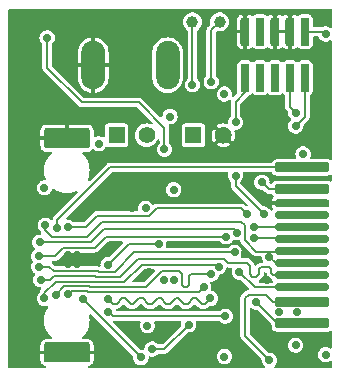
<source format=gbr>
G04 --- HEADER BEGIN --- *
G04 #@! TF.GenerationSoftware,LibrePCB,LibrePCB,1.0.1-unstable*
G04 #@! TF.CreationDate,2023-09-17T23:29:36*
G04 #@! TF.ProjectId,d0-reader,9220702f-a48e-4216-8865-87f6ea8ca353,v1*
G04 #@! TF.Part,Single*
G04 #@! TF.SameCoordinates*
G04 #@! TF.FileFunction,Copper,L1,Top*
G04 #@! TF.FilePolarity,Positive*
%FSLAX66Y66*%
%MOMM*%
G01*
G75*
G04 --- HEADER END --- *
G04 --- APERTURE LIST BEGIN --- *
G04 #@! TA.AperFunction,ComponentPad*
%ADD10R,1.4X1.4*%
%ADD11C,1.4*%
G04 #@! TA.AperFunction,SMDPad,CuDef*
%AMROUNDEDRECT12*20,1,0.76,-1.01,0.0,1.01,0.0,90.0*20,1,0.38,-1.2,0.0,1.2,0.0,90.0*1,1,0.38,-0.19,-1.01*1,1,0.38,-0.19,1.01*1,1,0.38,0.19,1.01*1,1,0.38,0.19,-1.01*%
%ADD12ROUNDEDRECT12*%
G04 #@! TA.AperFunction,TestPad*
%ADD13C,1.0*%
G04 #@! TA.AperFunction,ComponentPad*
%ADD14O,2.0X4.1*%
G04 #@! TA.AperFunction,SMDPad,CuDef*
%AMROUNDEDRECT15*20,1,0.81,-2.0975,0.0,2.0975,0.0,0.0*20,1,0.405,-2.3,0.0,2.3,0.0,0.0*1,1,0.405,-2.0975,0.2025*1,1,0.405,2.0975,0.2025*1,1,0.405,2.0975,-0.2025*1,1,0.405,-2.0975,-0.2025*%
%ADD15ROUNDEDRECT15*%
%AMROUNDEDRECT16*20,1,0.61,-2.1475,0.0,2.1475,0.0,0.0*20,1,0.305,-2.3,0.0,2.3,0.0,0.0*1,1,0.305,-2.1475,0.1525*1,1,0.305,2.1475,0.1525*1,1,0.305,2.1475,-0.1525*1,1,0.305,-2.1475,-0.1525*%
%ADD16ROUNDEDRECT16*%
%AMROUNDEDRECT17*20,1,1.7,-1.7035,0.0,1.7035,0.0,0.0*20,1,1.207,-1.95,0.0,1.95,0.0,0.0*1,1,0.493,-1.7035,0.6035*1,1,0.493,1.7035,0.6035*1,1,0.493,1.7035,-0.6035*1,1,0.493,-1.7035,-0.6035*%
%ADD17ROUNDEDRECT17*%
G04 #@! TA.AperFunction,ViaPad*
%ADD18C,0.7*%
G04 #@! TA.AperFunction,Conductor*
%ADD19C,0.2*%
%ADD20C,0.01*%
G04 #@! TD*
G04 --- APERTURE LIST END --- *
G04 --- BOARD BEGIN --- *
D10*
G04 #@! TO.N,IR_RX*
G04 #@! TO.C,T1*
G04 #@! TO.P,T1,C,C*
X1980000Y0D03*
D11*
G04 #@! TO.N,GND*
G04 #@! TO.P,T1,A,E*
X4520000Y0D03*
D12*
G04 #@! TO.N,N/C*
G04 #@! TO.C,J2*
G04 #@! TO.P,J2,6,6*
X8890000Y4871250D03*
G04 #@! TO.N,GND*
G04 #@! TO.P,J2,5,5*
X8890000Y8781250D03*
G04 #@! TO.P,J2,9,9*
X6350000Y8781250D03*
G04 #@! TO.P,J2,3,3*
X10160000Y8781250D03*
G04 #@! TO.N,!RST*
G04 #@! TO.P,J2,10,10*
X6350000Y4871250D03*
G04 #@! TO.N,N/C*
G04 #@! TO.P,J2,8,8*
X7620000Y4871250D03*
G04 #@! TO.P,J2,7,7*
X7620000Y8781250D03*
G04 #@! TO.N,3V3*
G04 #@! TO.P,J2,1,1*
X11430000Y8781250D03*
G04 #@! TO.N,SWDIO*
G04 #@! TO.P,J2,2,2*
X11430000Y4871250D03*
G04 #@! TO.N,SWCLK*
G04 #@! TO.P,J2,4,4*
X10160000Y4871250D03*
D13*
G04 #@! TO.N,TEST1*
G04 #@! TO.C,TP1*
G04 #@! TO.P,TP1,1,1*
X1905000Y9604375D03*
D10*
G04 #@! TO.N,N1*
G04 #@! TO.C,LED1*
G04 #@! TO.P,LED1,C,C*
X-4520000Y0D03*
D11*
G04 #@! TO.N,N7*
G04 #@! TO.P,LED1,A,A*
X-1980000Y0D03*
D14*
G04 #@! TO.N,GND*
G04 #@! TO.C,J1*
G04 #@! TO.P,J1,2,2*
X-6500000Y5940000D03*
G04 #@! TO.N,VIN*
G04 #@! TO.P,J1,1,1*
X-200000Y5940000D03*
D13*
G04 #@! TO.N,TEST2*
G04 #@! TO.C,TP2*
G04 #@! TO.P,TP2,1,1*
X4206875Y9604375D03*
D15*
G04 #@! TO.N,N12*
G04 #@! TO.C,J3*
G04 #@! TO.P,J3,1,LED_Yellow_A*
X11200000Y-15925000D03*
D16*
G04 #@! TO.N,GND*
G04 #@! TO.P,J3,10,CHS_GND*
X11200000Y-5745000D03*
G04 #@! TO.N,RXP*
G04 #@! TO.P,J3,7,RD+*
X11200000Y-8805000D03*
G04 #@! TO.N,RXN*
G04 #@! TO.P,J3,8,RD-*
X11200000Y-7785000D03*
D15*
G04 #@! TO.N,N13*
G04 #@! TO.P,J3,11,LED_Green_C*
X11200000Y-4545000D03*
D16*
G04 #@! TO.N,TXP*
G04 #@! TO.P,J3,3,TD+*
X11200000Y-12885000D03*
D17*
G04 #@! TO.N,GND*
G04 #@! TO.P,J3,SHIELD,SHIELD*
X-8720000Y-18385000D03*
D16*
G04 #@! TO.N,N20*
G04 #@! TO.P,J3,6,RX_CT*
X11200000Y-9825000D03*
D15*
G04 #@! TO.N,N11*
G04 #@! TO.P,J3,2,LED_Yellow_C*
X11200000Y-14085000D03*
D16*
G04 #@! TO.N,N/C*
G04 #@! TO.P,J3,9*
X11200000Y-6765000D03*
D17*
G04 #@! TO.N,GND*
G04 #@! TO.P,J3,SHIELD,SHIELD*
X-8720000Y-245000D03*
D15*
G04 #@! TO.N,N24*
G04 #@! TO.P,J3,12,LED_Green_A*
X11200000Y-2705000D03*
D16*
G04 #@! TO.N,TXN*
G04 #@! TO.P,J3,4,TD-*
X11200000Y-11865000D03*
G04 #@! TO.N,N20*
G04 #@! TO.P,J3,5,TX_CT*
X11200000Y-10845000D03*
D18*
G04 #@! TD.C*
G04 #@! TD.P*
G04 #@! TO.N,GND*
X6588125Y-3889375D03*
X-7858125Y-10874375D03*
X9842500Y-1587500D03*
X6350000Y2540000D03*
X4603750Y5238750D03*
G04 #@! TO.N,N11*
X8413750Y-19050000D03*
D19*
X6667500Y-13493750D02*
X6350000Y-13811250D01*
X8096250Y-13493750D02*
X6667500Y-13493750D01*
X6350000Y-13811250D02*
X6350000Y-16986250D01*
X8687500Y-14085000D02*
X8096250Y-13493750D01*
X8255000Y-18891250D02*
X8413750Y-19050000D01*
X11200000Y-14085000D02*
X8687500Y-14085000D01*
X6350000Y-16986250D02*
X8413750Y-19050000D01*
D18*
G04 #@! TO.N,IR_RX*
X10715625Y-15001875D03*
G04 #@! TO.N,GND*
X10160000Y10318750D03*
D19*
X10160000Y10318750D02*
X10160000Y8781250D01*
D18*
X6350000Y1746250D03*
X-8651875Y-10160000D03*
X-11906250Y-4445000D03*
G04 #@! TO.N,3V3*
X13176250Y8572500D03*
D19*
X12967500Y8781250D02*
X13176250Y8572500D01*
X11430000Y8781250D02*
X12967500Y8781250D01*
D18*
G04 #@! TO.N,!LAN_RST*
X1587500Y-16033750D03*
X-1508125Y-18097500D03*
D19*
X1587500Y-16033750D02*
X-476250Y-18097500D01*
X-1508125Y-18097500D02*
X-476250Y-18097500D01*
D18*
G04 #@! TO.N,GND*
X11906250Y-18573750D03*
G04 #@! TO.N,RMII_TXEN*
X-8651875Y-13414375D03*
X2857500Y-12858750D03*
D19*
X-6905625Y-13255625D02*
X2460625Y-13255625D01*
X2857500Y-12858750D02*
X2857500Y-12858750D01*
X-8413750Y-13176250D02*
X-8651875Y-13414375D01*
X2460625Y-13255625D02*
X2857500Y-12858750D01*
X2857500Y-12858750D02*
X2857500Y-12858750D01*
X-6985000Y-13176250D02*
X-6905625Y-13255625D01*
X-8413750Y-13176250D02*
X-6985000Y-13176250D01*
D18*
G04 #@! TO.N,3V3*
X-10636250Y-4445000D03*
G04 #@! TO.N,IR_TX*
X9207500Y-15001875D03*
X-6032500Y-714375D03*
G04 #@! TO.N,GND*
X-12541250Y7778750D03*
G04 #@! TO.N,N8*
X-2460625Y-18811875D03*
X-7381875Y-13890625D03*
D19*
X-2460625Y-18811875D02*
X-7381875Y-13890625D01*
D18*
G04 #@! TO.N,GND*
X-13017500Y-2778125D03*
X-6191250Y-16430625D03*
G04 #@! TO.N,!RST*
X5556250Y1111250D03*
X5556250Y-3413125D03*
X7937500Y-6667500D03*
D19*
X5556250Y-4286250D02*
X5556250Y-4286250D01*
X5556250Y-3413125D02*
X5556250Y-4286250D01*
X5556250Y2857500D02*
X5556250Y1111250D01*
X6350000Y4871250D02*
X6350000Y3651250D01*
X5556250Y-4286250D02*
X7937500Y-6667500D01*
X6350000Y3651250D02*
X5556250Y2857500D01*
D18*
G04 #@! TO.N,GND*
X6032500Y-18732500D03*
G04 #@! TO.N,3V3*
X10636250Y-17780000D03*
G04 #@! TO.N,RMII_MDC*
X4683125Y-15319375D03*
X-5238750Y-14922500D03*
D19*
X-4841875Y-15319375D02*
X-5238750Y-14922500D01*
X4683125Y-15319375D02*
X-4841875Y-15319375D01*
D18*
G04 #@! TO.N,GND*
X-6508750Y-1587500D03*
G04 #@! TO.N,N24*
X-9604375Y-7858125D03*
D19*
X-9525000Y-7143750D02*
X-9525000Y-7778750D01*
X11200000Y-2705000D02*
X-5086250Y-2705000D01*
X-5086250Y-2705000D02*
X-9525000Y-7143750D01*
X-9525000Y-7778750D02*
X-9604375Y-7858125D01*
D18*
G04 #@! TO.N,GND*
X158750Y-16113125D03*
X-952500Y-16113125D03*
X-10160000Y3016250D03*
G04 #@! TO.N,N12*
X-8651875Y-7778750D03*
X7302500Y-14128750D03*
X6508750Y-6667500D03*
D19*
X-8651875Y-7778750D02*
X-7143750Y-7778750D01*
X-1111250Y-6191250D02*
X6032500Y-6191250D01*
X9098750Y-15925000D02*
X7302500Y-14128750D01*
X-1746250Y-6826250D02*
X-1111250Y-6191250D01*
X-6191250Y-6826250D02*
X-1746250Y-6826250D01*
X6508750Y-6667500D02*
X6032500Y-6191250D01*
X-7143750Y-7778750D02*
X-6191250Y-6826250D01*
X11200000Y-15925000D02*
X9098750Y-15925000D01*
D18*
G04 #@! TO.N,3V3*
X4603750Y-18732500D03*
G04 #@! TO.N,GND*
X-635000Y-4603750D03*
X-3175000Y-6191250D03*
X12541250Y-19288125D03*
G04 #@! TO.N,3V3*
X4603750Y3492500D03*
G04 #@! TO.N,GND*
X-7858125Y-10160000D03*
G04 #@! TO.N,3V3*
X317500Y-4603750D03*
G04 #@! TO.N,RXP*
X7143750Y-8731250D03*
X5715000Y-8255000D03*
X-11033125Y-9048750D03*
D19*
X-6667500Y-9048750D02*
X-5556250Y-7937500D01*
X5397500Y-7937500D02*
X5715000Y-8255000D01*
X10332500Y-8731250D02*
X11200000Y-8805000D01*
X-11033125Y-9048750D02*
X-6667500Y-9048750D01*
X-5556250Y-7937500D02*
X5397500Y-7937500D01*
X7143750Y-8731250D02*
X10332500Y-8731250D01*
D18*
G04 #@! TO.N,GND*
X6350000Y-10001250D03*
X-8334375Y9525000D03*
G04 #@! TO.N,TEST1*
X1905000Y4286250D03*
D19*
X1905000Y4286250D02*
X1905000Y4286250D01*
X1905000Y9604375D02*
X1905000Y4286250D01*
D18*
G04 #@! TO.N,SWDIO*
X10636250Y793750D03*
D19*
X11430000Y1587500D02*
X10636250Y793750D01*
X11430000Y4871250D02*
X11430000Y1587500D01*
D18*
G04 #@! TO.N,GND*
X8175625Y-12223750D03*
X12541250Y-1587500D03*
G04 #@! TO.N,RMII_TXD0*
X-9683750Y-13493750D03*
X3492500Y-11747500D03*
D19*
X-714375Y-11509375D02*
X-2063750Y-12858750D01*
X1746250Y-11747500D02*
X3492500Y-11747500D01*
X1031875Y-11747500D02*
X1031875Y-12700000D01*
X3492500Y-11747500D02*
X3492500Y-11747500D01*
X1587500Y-12700000D02*
X1587500Y-11906250D01*
X1428750Y-12858750D02*
X1587500Y-12700000D01*
X-714375Y-11509375D02*
X793750Y-11509375D01*
X1031875Y-12700000D02*
X1190625Y-12858750D01*
X1587500Y-11906250D02*
X1746250Y-11747500D01*
X1190625Y-12858750D02*
X1428750Y-12858750D01*
X-6746875Y-12858750D02*
X-6826250Y-12779375D01*
X-8969375Y-12779375D02*
X-9683750Y-13493750D01*
X-2063750Y-12858750D02*
X-6746875Y-12858750D01*
X-6826250Y-12779375D02*
X-8969375Y-12779375D01*
X793750Y-11509375D02*
X1031875Y-11747500D01*
D18*
G04 #@! TO.N,GND*
X9604375Y-17938750D03*
G04 #@! TO.N,3V3*
X13176250Y-18573750D03*
G04 #@! TO.N,GND*
X13255625Y10318750D03*
X2063750Y-5080000D03*
X7699375Y238125D03*
X-11747500Y-2698750D03*
G04 #@! TO.N,3V3*
X11271250Y-1587500D03*
G04 #@! TO.N,RXN*
X4762500Y-8572500D03*
X-11112500Y-10239375D03*
X7143750Y-7778750D03*
D19*
X-5397500Y-8572500D02*
X-6350000Y-9525000D01*
X7143750Y-7778750D02*
X10082500Y-7778750D01*
X-9048750Y-9525000D02*
X-9763125Y-10239375D01*
X10082500Y-7778750D02*
X11200000Y-7785000D01*
X4445000Y-8572500D02*
X4762500Y-8572500D01*
X-5397500Y-8572500D02*
X4445000Y-8572500D01*
X-11112500Y-10239375D02*
X-9763125Y-10239375D01*
X-6350000Y-9525000D02*
X-9048750Y-9525000D01*
D18*
G04 #@! TO.N,GND*
X6350000Y10318750D03*
D19*
X6350000Y10318750D02*
X6350000Y8781250D01*
D18*
X-13017500Y3651250D03*
X317500Y0D03*
G04 #@! TO.N,RMII_TXD1*
X-10636250Y-13811250D03*
X4127500Y-11112500D03*
D19*
X-9683750Y-12382500D02*
X-10636250Y-13335000D01*
X-3889375Y-12461875D02*
X-6429375Y-12461875D01*
X-6429375Y-12461875D02*
X-6508750Y-12382500D01*
X-6508750Y-12382500D02*
X-9683750Y-12382500D01*
X-2381250Y-10953750D02*
X3968750Y-10953750D01*
X3968750Y-10953750D02*
X4127500Y-11112500D01*
X-3889375Y-12461875D02*
X-2381250Y-10953750D01*
X-10636250Y-13811250D02*
X-10636250Y-13335000D01*
D18*
G04 #@! TO.N,N13*
X7778750Y-3968750D03*
D19*
X8355000Y-4545000D02*
X7778750Y-3968750D01*
X11200000Y-4545000D02*
X8355000Y-4545000D01*
D18*
G04 #@! TO.N,GND*
X3413125Y-18097500D03*
G04 #@! TO.N,TXP*
X5873750Y-11588750D03*
X5476875Y-9921875D03*
X-11112500Y-11112500D03*
D19*
X7170000Y-12885000D02*
X5873750Y-11588750D01*
X-4683125Y-11588750D02*
X-6032500Y-11588750D01*
X-6032500Y-11588750D02*
X-6111875Y-11509375D01*
X11200000Y-12885000D02*
X7170000Y-12885000D01*
X-4683125Y-11588750D02*
X-3016250Y-9921875D01*
X5476875Y-9921875D02*
X-3016250Y-9921875D01*
X-11112500Y-11112500D02*
X-10239375Y-11112500D01*
X11173750Y-12858750D02*
X11200000Y-12885000D01*
X-6111875Y-11509375D02*
X-9842500Y-11509375D01*
X-9842500Y-11509375D02*
X-10239375Y-11112500D01*
D18*
G04 #@! TO.N,GND*
X6826250Y-1428750D03*
X4921250Y-12938125D03*
X-1746250Y-11588750D03*
G04 #@! TO.N,RMII_MDIO*
X-5238750Y-13890625D03*
X3413125Y-13811250D03*
D19*
X-4841875Y-14287500D02*
X-4524375Y-14287500D01*
X0Y-14287500D02*
X476250Y-13811250D01*
X1508125Y-14287500D02*
X1984375Y-13811250D01*
X-4524375Y-14287500D02*
X-4048125Y-13811250D01*
X-4048125Y-13811250D02*
X-3810000Y-13811250D01*
X2698750Y-14287500D02*
X2936875Y-14287500D01*
X-2619375Y-13811250D02*
X-2301875Y-13811250D01*
X-4841875Y-14287500D02*
X-5238750Y-13890625D01*
X476250Y-13811250D02*
X714375Y-13811250D01*
X-1825625Y-14287500D02*
X-1508125Y-14287500D01*
X2222500Y-13811250D02*
X2698750Y-14287500D01*
X1984375Y-13811250D02*
X2222500Y-13811250D01*
X714375Y-13811250D02*
X1190625Y-14287500D01*
X-3333750Y-14287500D02*
X-3095625Y-14287500D01*
X1190625Y-14287500D02*
X1508125Y-14287500D01*
X-317500Y-14287500D02*
X0Y-14287500D01*
X-2301875Y-13811250D02*
X-1825625Y-14287500D01*
X-1508125Y-14287500D02*
X-1031875Y-13811250D01*
X-1031875Y-13811250D02*
X-793750Y-13811250D01*
X-3810000Y-13811250D02*
X-3333750Y-14287500D01*
X-3095625Y-14287500D02*
X-2619375Y-13811250D01*
X-793750Y-13811250D02*
X-317500Y-14287500D01*
X2936875Y-14287500D02*
X3413125Y-13811250D01*
D18*
G04 #@! TO.N,3V3*
X0Y1587500D03*
G04 #@! TO.N,TXN*
X-10953750Y-12223750D03*
D19*
X-6270625Y-11985625D02*
X-6350000Y-11906250D01*
X7302500Y-11985625D02*
X7540625Y-11747500D01*
X7540625Y-11747500D02*
X7540625Y-11350625D01*
X-10953750Y-12223750D02*
X-10160000Y-12223750D01*
X8731250Y-11826875D02*
X11161875Y-11826875D01*
X6746875Y-11747500D02*
X6985000Y-11985625D01*
X4603750Y-10477500D02*
X4921250Y-10795000D01*
X6985000Y-11985625D02*
X7302500Y-11985625D01*
X-2698750Y-10477500D02*
X4603750Y-10477500D01*
X8413750Y-11191875D02*
X8572500Y-11350625D01*
X-6350000Y-11906250D02*
X-9842500Y-11906250D01*
X4921250Y-10795000D02*
X6508750Y-10795000D01*
X11161875Y-11826875D02*
X11200000Y-11865000D01*
X-4206875Y-11985625D02*
X-2698750Y-10477500D01*
X8572500Y-11668125D02*
X8731250Y-11826875D01*
X8572500Y-11350625D02*
X8572500Y-11668125D01*
X7540625Y-11350625D02*
X7699375Y-11191875D01*
X7699375Y-11191875D02*
X8413750Y-11191875D01*
X-4206875Y-11985625D02*
X-6270625Y-11985625D01*
X6746875Y-11033125D02*
X6508750Y-10795000D01*
X-9842500Y-11906250D02*
X-10160000Y-12223750D01*
X6746875Y-11033125D02*
X6746875Y-11747500D01*
D18*
G04 #@! TO.N,TEST2*
X3492500Y4524375D03*
D19*
X3492500Y4524375D02*
X3492500Y4524375D01*
X3492500Y8890000D02*
X4206875Y9604375D01*
X3492500Y4524375D02*
X3492500Y8890000D01*
D18*
G04 #@! TO.N,STATUS_LED*
X-10398125Y8255000D03*
X-476250Y-1190625D03*
D19*
X-2619375Y2778125D02*
X-7461250Y2778125D01*
X-10398125Y8255000D02*
X-10398125Y5715000D01*
X-476250Y-1190625D02*
X-476250Y635000D01*
X-7461250Y2778125D02*
X-10398125Y5715000D01*
X-476250Y635000D02*
X-2619375Y2778125D01*
D18*
G04 #@! TO.N,SWCLK*
X10636250Y1905000D03*
D19*
X10160000Y2381250D02*
X10636250Y1905000D01*
X10160000Y4871250D02*
X10160000Y2381250D01*
D18*
G04 #@! TO.N,GND*
X-3095625Y5953125D03*
X1190625Y-3651250D03*
X11985625Y-555625D03*
X2460625Y-19288125D03*
X-11588750Y-16113125D03*
G04 #@! TO.N,3V3*
X-1905000Y-16113125D03*
X317500Y-12223750D03*
X-476250Y-12223750D03*
G04 #@! TO.N,GND*
X2619375Y-16510000D03*
G04 #@! TO.N,3V3*
X-2063750Y-6191250D03*
G04 #@! TO.N,GND*
X-13335000Y-19288125D03*
G04 #@! TO.N,N20*
X8413750Y-10318750D03*
X-10556875Y-7620000D03*
D19*
X6350000Y-7620000D02*
X6350000Y-8255000D01*
X-10001250Y-8572500D02*
X-6985000Y-8572500D01*
X8413750Y-9842500D02*
X7302500Y-9842500D01*
X6350000Y-8890000D02*
X7302500Y-9842500D01*
X4603750Y-7302500D02*
X6032500Y-7302500D01*
X-10556875Y-7620000D02*
X-10556875Y-8016875D01*
X8413750Y-9842500D02*
X8413750Y-10318750D01*
X8413750Y-9842500D02*
X11182500Y-9842500D01*
X4603750Y-7302500D02*
X4603750Y-7302500D01*
X-6985000Y-8572500D02*
X-5715000Y-7302500D01*
X11182500Y-9842500D02*
X11200000Y-9825000D01*
X6032500Y-7302500D02*
X6350000Y-7620000D01*
X8940000Y-10845000D02*
X8413750Y-10318750D01*
X11200000Y-10845000D02*
X8940000Y-10845000D01*
X-5715000Y-7302500D02*
X4603750Y-7302500D01*
X6350000Y-8255000D02*
X6350000Y-8890000D01*
X-10556875Y-8016875D02*
X-10001250Y-8572500D01*
D18*
G04 #@! TO.N,GND*
X13176250Y1587500D03*
G04 #@! TO.N,N18*
X-952500Y-9207500D03*
X-5238750Y-10953750D03*
D19*
X-3492500Y-9207500D02*
X-5238750Y-10953750D01*
X-952500Y-9207500D02*
X-3492500Y-9207500D01*
D18*
G04 #@! TO.N,GND*
X-13335000Y-14763750D03*
X793750Y8651875D03*
X8890000Y10318750D03*
D19*
X8890000Y10318750D02*
X8890000Y8781250D01*
D18*
X3016250Y10239375D03*
X-8651875Y-10874375D03*
X-4683125Y-19050000D03*
D20*
G04 #@! TA.AperFunction,Conductor*
G36*
X-13700000Y-19600001D02*
X-13680500Y-19659328D01*
X-13600001Y-19700000D01*
X-10624371Y-19700000D01*
X-10565044Y-19680500D01*
X-10528855Y-19629605D01*
X-10529917Y-19567164D01*
X-10586103Y-19507614D01*
X-10690695Y-19464291D01*
X-10701950Y-19457793D01*
X-10804734Y-19378924D01*
X-10813924Y-19369734D01*
X-10892793Y-19266950D01*
X-10899291Y-19255695D01*
X-10948870Y-19136001D01*
X-10952234Y-19123445D01*
X-10969571Y-18991756D01*
X-10970000Y-18985219D01*
X-10970000Y-18551018D01*
X-10968434Y-18546253D01*
X-10946172Y-18535005D01*
X-10670000Y-18535005D01*
X-10670000Y-18988500D01*
X-10651236Y-19082831D01*
X-10597802Y-19162802D01*
X-10517831Y-19216236D01*
X-10423500Y-19235000D01*
X-7016500Y-19235000D01*
X-6922169Y-19216236D01*
X-6842198Y-19162802D01*
X-6788764Y-19082831D01*
X-6770000Y-18988500D01*
X-6770000Y-18535005D01*
X-6486013Y-18535005D01*
X-6481248Y-18536571D01*
X-6470000Y-18558833D01*
X-6470000Y-18985219D01*
X-6470429Y-18991756D01*
X-6487766Y-19123445D01*
X-6491130Y-19136001D01*
X-6540709Y-19255695D01*
X-6547207Y-19266950D01*
X-6626076Y-19369734D01*
X-6635266Y-19378924D01*
X-6738050Y-19457793D01*
X-6749305Y-19464291D01*
X-6853897Y-19507614D01*
X-6901246Y-19548333D01*
X-6915204Y-19609203D01*
X-6890327Y-19666484D01*
X-6815629Y-19700000D01*
X4531453Y-19700000D01*
X4531453Y-19377761D01*
X4519524Y-19376312D01*
X4379135Y-19341710D01*
X4367899Y-19337449D01*
X4239863Y-19270251D01*
X4229980Y-19263428D01*
X4121744Y-19167540D01*
X4113784Y-19158555D01*
X4031638Y-19039545D01*
X4026060Y-19028917D01*
X3974781Y-18893707D01*
X3971909Y-18882054D01*
X3954479Y-18738504D01*
X3954479Y-18726496D01*
X3971909Y-18582946D01*
X3974781Y-18571293D01*
X4026060Y-18436083D01*
X4031638Y-18425455D01*
X4113784Y-18306445D01*
X4121744Y-18297460D01*
X4229980Y-18201572D01*
X4239863Y-18194749D01*
X4367899Y-18127551D01*
X4379135Y-18123290D01*
X4519524Y-18088688D01*
X4531453Y-18087239D01*
X4676047Y-18087239D01*
X4687976Y-18088688D01*
X4828365Y-18123290D01*
X4839601Y-18127551D01*
X4967637Y-18194749D01*
X4977520Y-18201572D01*
X5085756Y-18297460D01*
X5093716Y-18306445D01*
X5175862Y-18425455D01*
X5181440Y-18436083D01*
X5232719Y-18571293D01*
X5235591Y-18582946D01*
X5253021Y-18726496D01*
X5253021Y-18738504D01*
X5235591Y-18882054D01*
X5232719Y-18893707D01*
X5181440Y-19028917D01*
X5175862Y-19039545D01*
X5093716Y-19158555D01*
X5085756Y-19167540D01*
X4977520Y-19263428D01*
X4967637Y-19270251D01*
X4839601Y-19337449D01*
X4828365Y-19341710D01*
X4687976Y-19376312D01*
X4676047Y-19377761D01*
X4531453Y-19377761D01*
X4531453Y-19700000D01*
X7910708Y-19700000D01*
X7970035Y-19680500D01*
X8006224Y-19629605D01*
X8005162Y-19567164D01*
X7977020Y-19525151D01*
X7931744Y-19485040D01*
X7923784Y-19476055D01*
X7841638Y-19357045D01*
X7836060Y-19346417D01*
X7784781Y-19211207D01*
X7781909Y-19199554D01*
X7764479Y-19056004D01*
X7764479Y-19043994D01*
X7767010Y-19023147D01*
X7738450Y-18940385D01*
X6069935Y-17271870D01*
X6064845Y-17265911D01*
X6053282Y-17249995D01*
X6043091Y-17238062D01*
X6031956Y-17226927D01*
X6022823Y-17214356D01*
X6015672Y-17200322D01*
X6007473Y-17186943D01*
X5998224Y-17174213D01*
X5991166Y-17160361D01*
X5986303Y-17145394D01*
X5980298Y-17130896D01*
X5973148Y-17116864D01*
X5968346Y-17102085D01*
X5965884Y-17086538D01*
X5962220Y-17071278D01*
X5957357Y-17056312D01*
X5954925Y-17040955D01*
X5954925Y-17025217D01*
X5953694Y-17009574D01*
X5950615Y-16990132D01*
X5950000Y-16982319D01*
X5950000Y-13815181D01*
X5950615Y-13807368D01*
X5953695Y-13787920D01*
X5954926Y-13772277D01*
X5954926Y-13756545D01*
X5957358Y-13741190D01*
X5962219Y-13726229D01*
X5965882Y-13710971D01*
X5968345Y-13695417D01*
X5973149Y-13680634D01*
X5980298Y-13666605D01*
X5986304Y-13652104D01*
X5991167Y-13637138D01*
X5998225Y-13623285D01*
X6007474Y-13610555D01*
X6015673Y-13597176D01*
X6022823Y-13583144D01*
X6031956Y-13570573D01*
X6043090Y-13559439D01*
X6053281Y-13547507D01*
X6064850Y-13531584D01*
X6069935Y-13525630D01*
X6381880Y-13213685D01*
X6387834Y-13208600D01*
X6403757Y-13197031D01*
X6415689Y-13186840D01*
X6426819Y-13175710D01*
X6439401Y-13166569D01*
X6453420Y-13159426D01*
X6466803Y-13151226D01*
X6479540Y-13141972D01*
X6493387Y-13134916D01*
X6508358Y-13130052D01*
X6522856Y-13124047D01*
X6536886Y-13116898D01*
X6551665Y-13112096D01*
X6567212Y-13109634D01*
X6582472Y-13105970D01*
X6604926Y-13098674D01*
X6604399Y-13097051D01*
X6651633Y-13072783D01*
X6679418Y-13016855D01*
X6651157Y-12931843D01*
X5982614Y-12263300D01*
X5911904Y-12234011D01*
X5801453Y-12234011D01*
X5789524Y-12232562D01*
X5649135Y-12197960D01*
X5637899Y-12193699D01*
X5509863Y-12126501D01*
X5499980Y-12119678D01*
X5391744Y-12023790D01*
X5383784Y-12014805D01*
X5301638Y-11895795D01*
X5296060Y-11885167D01*
X5244781Y-11749957D01*
X5241909Y-11738304D01*
X5224479Y-11594754D01*
X5224479Y-11582746D01*
X5241909Y-11439196D01*
X5244781Y-11427544D01*
X5281601Y-11330459D01*
X5284406Y-11268073D01*
X5249651Y-11216187D01*
X5188100Y-11195000D01*
X4925181Y-11195000D01*
X4917368Y-11194385D01*
X4897914Y-11191304D01*
X4882271Y-11190073D01*
X4858676Y-11190073D01*
X4858676Y-11192832D01*
X4809532Y-11200794D01*
X4758454Y-11265648D01*
X4756467Y-11273712D01*
X4705190Y-11408917D01*
X4699612Y-11419545D01*
X4617466Y-11538555D01*
X4609506Y-11547540D01*
X4501270Y-11643428D01*
X4491387Y-11650251D01*
X4363351Y-11717449D01*
X4352115Y-11721710D01*
X4206280Y-11757655D01*
X4153343Y-11790786D01*
X4130941Y-11842695D01*
X4124341Y-11897054D01*
X4121469Y-11908707D01*
X4070190Y-12043917D01*
X4064612Y-12054545D01*
X3982466Y-12173555D01*
X3974506Y-12182540D01*
X3866270Y-12278428D01*
X3856387Y-12285251D01*
X3728351Y-12352449D01*
X3717115Y-12356710D01*
X3576726Y-12391312D01*
X3564797Y-12392761D01*
X3510434Y-12392761D01*
X3451107Y-12412261D01*
X3414918Y-12463156D01*
X3427579Y-12545935D01*
X3426799Y-12546345D01*
X3427989Y-12548612D01*
X3428134Y-12549562D01*
X3429609Y-12551699D01*
X3435190Y-12562333D01*
X3486469Y-12697543D01*
X3489341Y-12709196D01*
X3506771Y-12852746D01*
X3506771Y-12864754D01*
X3489341Y-13008304D01*
X3486468Y-13019961D01*
X3476275Y-13046836D01*
X3473469Y-13109223D01*
X3508224Y-13161108D01*
X3545844Y-13179390D01*
X3637740Y-13202040D01*
X3648976Y-13206301D01*
X3777012Y-13273499D01*
X3786895Y-13280322D01*
X3895131Y-13376210D01*
X3903091Y-13385195D01*
X3985237Y-13504205D01*
X3990815Y-13514833D01*
X4042094Y-13650043D01*
X4044966Y-13661696D01*
X4062396Y-13805246D01*
X4062396Y-13817254D01*
X4044966Y-13960804D01*
X4042094Y-13972457D01*
X3990815Y-14107667D01*
X3985237Y-14118295D01*
X3903091Y-14237305D01*
X3895131Y-14246290D01*
X3786895Y-14342178D01*
X3777012Y-14349001D01*
X3648976Y-14416199D01*
X3637740Y-14420460D01*
X3497351Y-14455062D01*
X3485422Y-14456511D01*
X3374970Y-14456511D01*
X3304260Y-14485800D01*
X3222495Y-14567565D01*
X3216542Y-14572650D01*
X3200615Y-14584221D01*
X3188683Y-14594412D01*
X3177551Y-14605544D01*
X3164976Y-14614680D01*
X3150953Y-14621825D01*
X3137571Y-14630025D01*
X3124837Y-14639277D01*
X3110987Y-14646334D01*
X3096017Y-14651198D01*
X3081519Y-14657203D01*
X3067487Y-14664353D01*
X3052712Y-14669154D01*
X3037152Y-14671618D01*
X3021894Y-14675281D01*
X3006933Y-14680142D01*
X2991578Y-14682574D01*
X2975847Y-14682574D01*
X2960204Y-14683805D01*
X2940756Y-14686885D01*
X2932943Y-14687500D01*
X2702681Y-14687500D01*
X2694868Y-14686885D01*
X2675414Y-14683804D01*
X2659771Y-14682573D01*
X2644046Y-14682573D01*
X2628687Y-14680140D01*
X2613733Y-14675282D01*
X2598478Y-14671619D01*
X2582915Y-14669154D01*
X2568133Y-14664350D01*
X2554100Y-14657200D01*
X2539600Y-14651194D01*
X2524635Y-14646332D01*
X2510787Y-14639276D01*
X2498055Y-14630026D01*
X2484677Y-14621827D01*
X2470647Y-14614678D01*
X2458069Y-14605540D01*
X2446939Y-14594410D01*
X2435006Y-14584219D01*
X2419090Y-14572656D01*
X2413130Y-14567565D01*
X2174148Y-14328583D01*
X2118409Y-14300421D01*
X2032728Y-14328583D01*
X1793745Y-14567565D01*
X1787786Y-14572655D01*
X1771870Y-14584218D01*
X1759937Y-14594409D01*
X1748802Y-14605544D01*
X1736231Y-14614677D01*
X1722197Y-14621828D01*
X1708818Y-14630027D01*
X1696088Y-14639276D01*
X1682236Y-14646334D01*
X1667269Y-14651197D01*
X1652771Y-14657202D01*
X1638739Y-14664352D01*
X1623960Y-14669154D01*
X1608413Y-14671616D01*
X1593153Y-14675280D01*
X1578187Y-14680143D01*
X1562830Y-14682575D01*
X1547092Y-14682575D01*
X1531449Y-14683806D01*
X1512007Y-14686885D01*
X1504194Y-14687500D01*
X1194556Y-14687500D01*
X1186743Y-14686885D01*
X1167289Y-14683804D01*
X1151646Y-14682573D01*
X1135921Y-14682573D01*
X1120562Y-14680140D01*
X1105608Y-14675282D01*
X1090353Y-14671619D01*
X1074790Y-14669154D01*
X1060008Y-14664350D01*
X1045975Y-14657200D01*
X1031475Y-14651194D01*
X1016510Y-14646332D01*
X1002662Y-14639276D01*
X989930Y-14630026D01*
X976552Y-14621827D01*
X962522Y-14614678D01*
X949944Y-14605540D01*
X938814Y-14594410D01*
X926881Y-14584219D01*
X910965Y-14572656D01*
X905005Y-14567565D01*
X666023Y-14328583D01*
X610284Y-14300421D01*
X524603Y-14328583D01*
X285620Y-14567565D01*
X279661Y-14572655D01*
X263745Y-14584218D01*
X251812Y-14594409D01*
X240677Y-14605544D01*
X228106Y-14614677D01*
X214072Y-14621828D01*
X200693Y-14630027D01*
X187964Y-14639275D01*
X174109Y-14646335D01*
X159145Y-14651197D01*
X144647Y-14657202D01*
X130617Y-14664351D01*
X115834Y-14669154D01*
X100278Y-14671618D01*
X85022Y-14675281D01*
X70061Y-14680142D01*
X54704Y-14682574D01*
X38973Y-14682574D01*
X23330Y-14683805D01*
X3882Y-14686885D01*
X-3931Y-14687500D01*
X-313569Y-14687500D01*
X-321382Y-14686885D01*
X-340836Y-14683804D01*
X-356479Y-14682573D01*
X-372204Y-14682573D01*
X-387563Y-14680140D01*
X-402517Y-14675282D01*
X-417772Y-14671619D01*
X-433335Y-14669154D01*
X-448117Y-14664350D01*
X-462150Y-14657200D01*
X-476650Y-14651194D01*
X-491615Y-14646332D01*
X-505463Y-14639276D01*
X-518195Y-14630026D01*
X-531573Y-14621827D01*
X-545603Y-14614678D01*
X-558181Y-14605540D01*
X-569311Y-14594410D01*
X-581244Y-14584219D01*
X-597160Y-14572656D01*
X-603120Y-14567565D01*
X-842103Y-14328583D01*
X-897842Y-14300421D01*
X-983523Y-14328583D01*
X-1222505Y-14567565D01*
X-1228464Y-14572655D01*
X-1244380Y-14584218D01*
X-1256313Y-14594409D01*
X-1267448Y-14605544D01*
X-1280019Y-14614677D01*
X-1294053Y-14621828D01*
X-1307432Y-14630027D01*
X-1320161Y-14639275D01*
X-1334016Y-14646335D01*
X-1348980Y-14651197D01*
X-1363478Y-14657202D01*
X-1377508Y-14664351D01*
X-1392291Y-14669154D01*
X-1407847Y-14671618D01*
X-1423103Y-14675281D01*
X-1438064Y-14680142D01*
X-1453421Y-14682574D01*
X-1469152Y-14682574D01*
X-1484795Y-14683805D01*
X-1504243Y-14686885D01*
X-1512056Y-14687500D01*
X-1821694Y-14687500D01*
X-1829507Y-14686885D01*
X-1848961Y-14683804D01*
X-1864604Y-14682573D01*
X-1880329Y-14682573D01*
X-1895688Y-14680140D01*
X-1910642Y-14675282D01*
X-1925897Y-14671619D01*
X-1941460Y-14669154D01*
X-1956242Y-14664350D01*
X-1970275Y-14657200D01*
X-1984775Y-14651194D01*
X-1999740Y-14646332D01*
X-2013588Y-14639276D01*
X-2026320Y-14630026D01*
X-2039698Y-14621827D01*
X-2053728Y-14614678D01*
X-2066306Y-14605540D01*
X-2077436Y-14594410D01*
X-2089369Y-14584219D01*
X-2105285Y-14572656D01*
X-2111245Y-14567565D01*
X-2389915Y-14288895D01*
X-2445654Y-14260733D01*
X-2531335Y-14288895D01*
X-2810005Y-14567565D01*
X-2815964Y-14572655D01*
X-2831880Y-14584218D01*
X-2843813Y-14594409D01*
X-2854948Y-14605544D01*
X-2867519Y-14614677D01*
X-2881553Y-14621828D01*
X-2894932Y-14630027D01*
X-2907661Y-14639275D01*
X-2921516Y-14646335D01*
X-2936480Y-14651197D01*
X-2950978Y-14657202D01*
X-2965008Y-14664351D01*
X-2979791Y-14669154D01*
X-2995347Y-14671618D01*
X-3010603Y-14675281D01*
X-3025564Y-14680142D01*
X-3040921Y-14682574D01*
X-3056652Y-14682574D01*
X-3072295Y-14683805D01*
X-3091743Y-14686885D01*
X-3099556Y-14687500D01*
X-3329818Y-14687500D01*
X-3337631Y-14686885D01*
X-3357085Y-14683804D01*
X-3372728Y-14682573D01*
X-3388453Y-14682573D01*
X-3403808Y-14680141D01*
X-3418763Y-14675282D01*
X-3434021Y-14671619D01*
X-3449587Y-14669154D01*
X-3464362Y-14664353D01*
X-3478400Y-14657200D01*
X-3492898Y-14651195D01*
X-3507862Y-14646333D01*
X-3521713Y-14639276D01*
X-3534442Y-14630027D01*
X-3547824Y-14621827D01*
X-3561851Y-14614680D01*
X-3574426Y-14605544D01*
X-3585561Y-14594409D01*
X-3597494Y-14584218D01*
X-3613415Y-14572651D01*
X-3619369Y-14567566D01*
X-3858353Y-14328583D01*
X-3914092Y-14300421D01*
X-3999773Y-14328583D01*
X-4238755Y-14567565D01*
X-4244714Y-14572655D01*
X-4260630Y-14584218D01*
X-4272563Y-14594409D01*
X-4283698Y-14605544D01*
X-4296269Y-14614677D01*
X-4310303Y-14621828D01*
X-4323682Y-14630027D01*
X-4336411Y-14639275D01*
X-4350266Y-14646335D01*
X-4365230Y-14651197D01*
X-4379728Y-14657202D01*
X-4393758Y-14664351D01*
X-4408541Y-14669154D01*
X-4424097Y-14671618D01*
X-4439353Y-14675281D01*
X-4454314Y-14680142D01*
X-4469671Y-14682574D01*
X-4485402Y-14682574D01*
X-4501043Y-14683805D01*
X-4520278Y-14686851D01*
X-4575825Y-14715390D01*
X-4603907Y-14797673D01*
X-4599808Y-14831430D01*
X-4573299Y-14887974D01*
X-4500538Y-14919375D01*
X4125071Y-14919375D01*
X4195858Y-14887516D01*
X4196593Y-14888345D01*
X4199254Y-14885988D01*
X4199922Y-14885687D01*
X4201121Y-14884333D01*
X4309355Y-14788447D01*
X4319238Y-14781624D01*
X4447274Y-14714426D01*
X4458510Y-14710165D01*
X4598899Y-14675563D01*
X4610828Y-14674114D01*
X4755422Y-14674114D01*
X4767351Y-14675563D01*
X4907740Y-14710165D01*
X4918976Y-14714426D01*
X5047012Y-14781624D01*
X5056895Y-14788447D01*
X5165131Y-14884335D01*
X5173091Y-14893320D01*
X5255237Y-15012330D01*
X5260815Y-15022958D01*
X5312094Y-15158168D01*
X5314966Y-15169821D01*
X5332396Y-15313371D01*
X5332396Y-15325379D01*
X5314966Y-15468929D01*
X5312094Y-15480582D01*
X5260815Y-15615792D01*
X5255237Y-15626420D01*
X5173091Y-15745430D01*
X5165131Y-15754415D01*
X5056895Y-15850303D01*
X5047012Y-15857126D01*
X4918976Y-15924324D01*
X4907740Y-15928585D01*
X4767351Y-15963187D01*
X4755422Y-15964636D01*
X4610828Y-15964636D01*
X4598899Y-15963187D01*
X4458510Y-15928585D01*
X4447274Y-15924324D01*
X4319238Y-15857126D01*
X4309355Y-15850303D01*
X4201121Y-15754417D01*
X4199922Y-15753063D01*
X4199254Y-15752762D01*
X4196593Y-15750405D01*
X4195858Y-15751234D01*
X4125071Y-15719375D01*
X2303253Y-15719375D01*
X2243926Y-15738875D01*
X2207737Y-15789770D01*
X2209753Y-15854835D01*
X2216468Y-15872539D01*
X2219341Y-15884196D01*
X2236771Y-16027746D01*
X2236771Y-16039754D01*
X2219341Y-16183304D01*
X2216469Y-16194957D01*
X2165190Y-16330167D01*
X2159612Y-16340795D01*
X2077466Y-16459805D01*
X2069506Y-16468790D01*
X1961270Y-16564678D01*
X1951387Y-16571501D01*
X1823351Y-16638699D01*
X1812115Y-16642960D01*
X1671726Y-16677562D01*
X1659797Y-16679011D01*
X1549345Y-16679011D01*
X1478635Y-16708300D01*
X-190630Y-18377565D01*
X-196584Y-18382650D01*
X-212507Y-18394219D01*
X-224439Y-18404410D01*
X-235573Y-18415544D01*
X-248144Y-18424677D01*
X-262178Y-18431828D01*
X-275557Y-18440027D01*
X-288286Y-18449275D01*
X-302141Y-18456335D01*
X-317105Y-18461197D01*
X-331603Y-18467202D01*
X-345633Y-18474351D01*
X-360416Y-18479154D01*
X-375972Y-18481618D01*
X-391228Y-18485281D01*
X-406189Y-18490142D01*
X-421546Y-18492574D01*
X-437277Y-18492574D01*
X-452920Y-18493805D01*
X-472368Y-18496885D01*
X-480181Y-18497500D01*
X-950071Y-18497500D01*
X-1020858Y-18529359D01*
X-1021593Y-18528530D01*
X-1024254Y-18530887D01*
X-1024922Y-18531188D01*
X-1026121Y-18532542D01*
X-1134355Y-18628428D01*
X-1144238Y-18635251D01*
X-1272274Y-18702449D01*
X-1283510Y-18706710D01*
X-1423899Y-18741312D01*
X-1435828Y-18742761D01*
X-1580422Y-18742761D01*
X-1592351Y-18741312D01*
X-1687424Y-18717879D01*
X-1749693Y-18722614D01*
X-1797011Y-18763370D01*
X-1810497Y-18811890D01*
X-1810625Y-18811875D01*
X-1810727Y-18812717D01*
X-1811354Y-18814972D01*
X-1811354Y-18817879D01*
X-1828784Y-18961429D01*
X-1831656Y-18973082D01*
X-1882935Y-19108292D01*
X-1888513Y-19118920D01*
X-1970659Y-19237930D01*
X-1978619Y-19246915D01*
X-2086855Y-19342803D01*
X-2096738Y-19349626D01*
X-2224774Y-19416824D01*
X-2236010Y-19421085D01*
X-2376399Y-19455687D01*
X-2388328Y-19457136D01*
X-2532922Y-19457136D01*
X-2544851Y-19455687D01*
X-2685240Y-19421085D01*
X-2696476Y-19416824D01*
X-2824512Y-19349626D01*
X-2834395Y-19342803D01*
X-2942631Y-19246915D01*
X-2950591Y-19237930D01*
X-3032737Y-19118920D01*
X-3038315Y-19108292D01*
X-3089594Y-18973082D01*
X-3092466Y-18961429D01*
X-3109896Y-18817879D01*
X-3109896Y-18805870D01*
X-3107365Y-18785023D01*
X-3135925Y-18702261D01*
X-6675935Y-15162251D01*
X-6731674Y-15134089D01*
X-6793252Y-15144487D01*
X-6836653Y-15189391D01*
X-6844359Y-15254217D01*
X-6815354Y-15387551D01*
X-6814339Y-15394613D01*
X-6795255Y-15661435D01*
X-6795255Y-15668565D01*
X-6814339Y-15935387D01*
X-6815354Y-15942449D01*
X-6872216Y-16203844D01*
X-6874225Y-16210685D01*
X-6967709Y-16461325D01*
X-6970671Y-16467812D01*
X-7098875Y-16702598D01*
X-7102729Y-16708595D01*
X-7263041Y-16922748D01*
X-7267706Y-16928131D01*
X-7403866Y-17064291D01*
X-7432028Y-17120030D01*
X-7421630Y-17181608D01*
X-7376726Y-17225009D01*
X-7333156Y-17235000D01*
X-7019781Y-17235000D01*
X-7013244Y-17235429D01*
X-6881555Y-17252766D01*
X-6868999Y-17256130D01*
X-6749305Y-17305709D01*
X-6738050Y-17312207D01*
X-6635266Y-17391076D01*
X-6626076Y-17400266D01*
X-6547207Y-17503050D01*
X-6540709Y-17514305D01*
X-6491130Y-17633999D01*
X-6487766Y-17646555D01*
X-6470429Y-17778244D01*
X-6470000Y-17784781D01*
X-6470000Y-18218982D01*
X-6471566Y-18223747D01*
X-6493828Y-18234995D01*
X-6770000Y-18234995D01*
X-6770000Y-17781500D01*
X-6788764Y-17687169D01*
X-6842198Y-17607198D01*
X-6922169Y-17553764D01*
X-7016500Y-17535000D01*
X-10423500Y-17535000D01*
X-10517831Y-17553764D01*
X-10597802Y-17607198D01*
X-10651236Y-17687169D01*
X-10670000Y-17781500D01*
X-10670000Y-18234995D01*
X-10953987Y-18234995D01*
X-10958752Y-18233429D01*
X-10970000Y-18211167D01*
X-10970000Y-17784781D01*
X-10969571Y-17778244D01*
X-10952234Y-17646555D01*
X-10948870Y-17633999D01*
X-10899291Y-17514305D01*
X-10892793Y-17503050D01*
X-10813924Y-17400266D01*
X-10804734Y-17391076D01*
X-10701950Y-17312207D01*
X-10690695Y-17305709D01*
X-10571001Y-17256130D01*
X-10558445Y-17252766D01*
X-10426756Y-17235429D01*
X-10420219Y-17235000D01*
X-10106844Y-17235000D01*
X-10047517Y-17215500D01*
X-10011328Y-17164605D01*
X-10012390Y-17102164D01*
X-10036134Y-17064291D01*
X-10172294Y-16928131D01*
X-10176959Y-16922748D01*
X-10337271Y-16708595D01*
X-10341125Y-16702598D01*
X-10469329Y-16467812D01*
X-10472291Y-16461325D01*
X-10565775Y-16210685D01*
X-10567784Y-16203844D01*
X-10624646Y-15942449D01*
X-10625661Y-15935387D01*
X-10644745Y-15668565D01*
X-10644745Y-15661435D01*
X-10625661Y-15394613D01*
X-10624646Y-15387551D01*
X-10567784Y-15126156D01*
X-10565775Y-15119315D01*
X-10472291Y-14868675D01*
X-10469329Y-14862188D01*
X-10341125Y-14627402D01*
X-10337276Y-14621412D01*
X-10303651Y-14576495D01*
X-10283708Y-14517315D01*
X-10302764Y-14457844D01*
X-10353386Y-14421275D01*
X-10407635Y-14419474D01*
X-10552024Y-14455062D01*
X-10563953Y-14456511D01*
X-10708547Y-14456511D01*
X-10720476Y-14455062D01*
X-10860865Y-14420460D01*
X-10872101Y-14416199D01*
X-11000137Y-14349001D01*
X-11010020Y-14342178D01*
X-11118256Y-14246290D01*
X-11126216Y-14237305D01*
X-11208362Y-14118295D01*
X-11213940Y-14107667D01*
X-11265219Y-13972457D01*
X-11268091Y-13960804D01*
X-11285521Y-13817254D01*
X-11285521Y-13805246D01*
X-11268091Y-13661696D01*
X-11265219Y-13650043D01*
X-11213940Y-13514833D01*
X-11208362Y-13504205D01*
X-11126216Y-13385195D01*
X-11118256Y-13376210D01*
X-11061653Y-13326064D01*
X-11032110Y-13272171D01*
X-11031326Y-13272426D01*
X-11029982Y-13268291D01*
X-11029198Y-13266860D01*
X-11028894Y-13264942D01*
X-11024030Y-13249972D01*
X-11020366Y-13234712D01*
X-11017904Y-13219165D01*
X-11013102Y-13204386D01*
X-11005955Y-13190360D01*
X-10999950Y-13175862D01*
X-10995085Y-13160889D01*
X-10988028Y-13147039D01*
X-10978774Y-13134302D01*
X-10970575Y-13120923D01*
X-10963429Y-13106897D01*
X-10954290Y-13094319D01*
X-10943163Y-13083192D01*
X-10932972Y-13071260D01*
X-10921401Y-13055333D01*
X-10916316Y-13049380D01*
X-10906656Y-13039720D01*
X-10878494Y-12983981D01*
X-10888892Y-12922403D01*
X-10933796Y-12879002D01*
X-10977366Y-12869011D01*
X-11026047Y-12869011D01*
X-11037976Y-12867562D01*
X-11178365Y-12832960D01*
X-11189601Y-12828699D01*
X-11317637Y-12761501D01*
X-11327520Y-12754678D01*
X-11435756Y-12658790D01*
X-11443716Y-12649805D01*
X-11525862Y-12530795D01*
X-11531440Y-12520167D01*
X-11582719Y-12384957D01*
X-11585591Y-12373304D01*
X-11603021Y-12229754D01*
X-11603021Y-12217746D01*
X-11585591Y-12074196D01*
X-11582719Y-12062543D01*
X-11531440Y-11927333D01*
X-11525860Y-11916701D01*
X-11441816Y-11794941D01*
X-11424163Y-11735039D01*
X-11445491Y-11676344D01*
X-11471887Y-11654381D01*
X-11471408Y-11653687D01*
X-11486269Y-11643429D01*
X-11594506Y-11547540D01*
X-11602466Y-11538555D01*
X-11684612Y-11419545D01*
X-11690190Y-11408917D01*
X-11741469Y-11273707D01*
X-11744341Y-11262054D01*
X-11761771Y-11118504D01*
X-11761771Y-11106496D01*
X-11744341Y-10962946D01*
X-11741469Y-10951293D01*
X-11690190Y-10816083D01*
X-11684609Y-10805450D01*
X-11634424Y-10732744D01*
X-11616770Y-10672842D01*
X-11634423Y-10619132D01*
X-11684612Y-10546420D01*
X-11690190Y-10535792D01*
X-11741469Y-10400582D01*
X-11744341Y-10388929D01*
X-11761771Y-10245379D01*
X-11761771Y-10233371D01*
X-11744341Y-10089821D01*
X-11741469Y-10078168D01*
X-11690190Y-9942958D01*
X-11684612Y-9932330D01*
X-11602466Y-9813320D01*
X-11594506Y-9804335D01*
X-11486270Y-9708447D01*
X-11476387Y-9701625D01*
X-11474589Y-9700681D01*
X-11473717Y-9699781D01*
X-11471407Y-9698187D01*
X-11471725Y-9697727D01*
X-11431119Y-9655845D01*
X-11422725Y-9593962D01*
X-11454748Y-9537285D01*
X-11515127Y-9483794D01*
X-11523091Y-9474805D01*
X-11605237Y-9355795D01*
X-11610815Y-9345167D01*
X-11662094Y-9209957D01*
X-11664966Y-9198304D01*
X-11682396Y-9054754D01*
X-11682396Y-9042746D01*
X-11664966Y-8899196D01*
X-11662094Y-8887543D01*
X-11610815Y-8752333D01*
X-11605237Y-8741705D01*
X-11523091Y-8622695D01*
X-11515131Y-8613710D01*
X-11406895Y-8517822D01*
X-11397012Y-8510999D01*
X-11268976Y-8443801D01*
X-11257740Y-8439540D01*
X-11117351Y-8404938D01*
X-11105422Y-8403489D01*
X-10965147Y-8403489D01*
X-10905820Y-8383989D01*
X-10869631Y-8333094D01*
X-10882845Y-8253191D01*
X-10880482Y-8251987D01*
X-10891203Y-8230946D01*
X-10899402Y-8217567D01*
X-10908651Y-8204837D01*
X-10915709Y-8190985D01*
X-10919534Y-8179213D01*
X-10948327Y-8135264D01*
X-11038881Y-8055040D01*
X-11046841Y-8046055D01*
X-11128987Y-7927045D01*
X-11134565Y-7916417D01*
X-11185844Y-7781207D01*
X-11188716Y-7769554D01*
X-11206146Y-7626004D01*
X-11206146Y-7613996D01*
X-11188716Y-7470446D01*
X-11185844Y-7458793D01*
X-11134565Y-7323583D01*
X-11128987Y-7312955D01*
X-11046841Y-7193945D01*
X-11038881Y-7184960D01*
X-10930645Y-7089072D01*
X-10920762Y-7082249D01*
X-10792726Y-7015051D01*
X-10781490Y-7010790D01*
X-10641101Y-6976188D01*
X-10629172Y-6974739D01*
X-10484578Y-6974739D01*
X-10472649Y-6976188D01*
X-10332260Y-7010790D01*
X-10321024Y-7015051D01*
X-10192988Y-7082249D01*
X-10183105Y-7089072D01*
X-10086387Y-7174756D01*
X-10029049Y-7199502D01*
X-9968211Y-7185404D01*
X-9927600Y-7137962D01*
X-9920076Y-7099906D01*
X-9920076Y-7089050D01*
X-9917642Y-7073686D01*
X-9912780Y-7058722D01*
X-9909116Y-7043462D01*
X-9906654Y-7027915D01*
X-9901852Y-7013136D01*
X-9894705Y-6999110D01*
X-9888700Y-6984612D01*
X-9883835Y-6969639D01*
X-9876778Y-6955789D01*
X-9867524Y-6943052D01*
X-9859325Y-6929673D01*
X-9852179Y-6915647D01*
X-9843040Y-6903069D01*
X-9831913Y-6891942D01*
X-9821722Y-6880010D01*
X-9810151Y-6864083D01*
X-9805066Y-6858130D01*
X-7834944Y-4888008D01*
X-7806782Y-4832269D01*
X-7817180Y-4770691D01*
X-7862084Y-4727290D01*
X-7940600Y-4723604D01*
X-8174315Y-4810775D01*
X-8181156Y-4812784D01*
X-8442551Y-4869646D01*
X-8449613Y-4870661D01*
X-8716435Y-4889745D01*
X-8723565Y-4889745D01*
X-8990387Y-4870661D01*
X-8997449Y-4869646D01*
X-9258844Y-4812784D01*
X-9265685Y-4810775D01*
X-9516325Y-4717291D01*
X-9522812Y-4714329D01*
X-9757598Y-4586125D01*
X-9763595Y-4582271D01*
X-9844613Y-4521622D01*
X-9903793Y-4501679D01*
X-9963264Y-4520735D01*
X-10003809Y-4589618D01*
X-10004408Y-4594548D01*
X-10007281Y-4606207D01*
X-10058560Y-4741417D01*
X-10064138Y-4752045D01*
X-10146284Y-4871055D01*
X-10154244Y-4880040D01*
X-10262480Y-4975928D01*
X-10272363Y-4982751D01*
X-10400399Y-5049949D01*
X-10411635Y-5054210D01*
X-10552024Y-5088812D01*
X-10563953Y-5090261D01*
X-10708547Y-5090261D01*
X-10720476Y-5088812D01*
X-10860865Y-5054210D01*
X-10872101Y-5049949D01*
X-11000137Y-4982751D01*
X-11010020Y-4975928D01*
X-11118256Y-4880040D01*
X-11126216Y-4871055D01*
X-11208362Y-4752045D01*
X-11213940Y-4741417D01*
X-11265219Y-4606207D01*
X-11268091Y-4594554D01*
X-11285521Y-4451004D01*
X-11285521Y-4438996D01*
X-11268091Y-4295446D01*
X-11265219Y-4283793D01*
X-11213940Y-4148583D01*
X-11208362Y-4137955D01*
X-11126216Y-4018945D01*
X-11118256Y-4009960D01*
X-11010020Y-3914072D01*
X-11000137Y-3907249D01*
X-10872101Y-3840051D01*
X-10860865Y-3835790D01*
X-10720476Y-3801188D01*
X-10708547Y-3799739D01*
X-10601989Y-3799739D01*
X-10542662Y-3780239D01*
X-10506473Y-3729344D01*
X-10508295Y-3664794D01*
X-10565775Y-3510684D01*
X-10567784Y-3503844D01*
X-10624646Y-3242449D01*
X-10625661Y-3235387D01*
X-10644745Y-2968565D01*
X-10644745Y-2961435D01*
X-10625661Y-2694613D01*
X-10624646Y-2687551D01*
X-10567784Y-2426156D01*
X-10565775Y-2419315D01*
X-10472291Y-2168675D01*
X-10469329Y-2162188D01*
X-10341125Y-1927402D01*
X-10337271Y-1921405D01*
X-10176959Y-1707252D01*
X-10172294Y-1701869D01*
X-10036134Y-1565709D01*
X-10007972Y-1509970D01*
X-10018370Y-1448392D01*
X-10063274Y-1404991D01*
X-10106844Y-1395000D01*
X-10420219Y-1395000D01*
X-10426756Y-1394571D01*
X-10558445Y-1377234D01*
X-10571001Y-1373870D01*
X-10690695Y-1324291D01*
X-10701950Y-1317793D01*
X-10804734Y-1238924D01*
X-10813924Y-1229734D01*
X-10892793Y-1126950D01*
X-10899291Y-1115695D01*
X-10948870Y-996001D01*
X-10952234Y-983445D01*
X-10969571Y-851756D01*
X-10970000Y-845219D01*
X-10970000Y-411018D01*
X-10968434Y-406253D01*
X-10953987Y-398953D01*
X-10953987Y-94995D01*
X-10958752Y-93429D01*
X-10970000Y-71167D01*
X-10970000Y355219D01*
X-10969571Y361756D01*
X-10952234Y493445D01*
X-10948870Y506001D01*
X-10899291Y625695D01*
X-10892793Y636950D01*
X-10813924Y739734D01*
X-10804734Y748924D01*
X-10701950Y827793D01*
X-10690695Y834291D01*
X-10571001Y883870D01*
X-10558445Y887234D01*
X-10426756Y904571D01*
X-10420219Y905000D01*
X-8886018Y905000D01*
X-8881253Y903434D01*
X-8870005Y881172D01*
X-8870005Y605000D01*
X-10423500Y605000D01*
X-10517831Y586236D01*
X-10597802Y532802D01*
X-10651236Y452831D01*
X-10670000Y358500D01*
X-10670000Y-94995D01*
X-10953987Y-94995D01*
X-10953987Y-398953D01*
X-10946172Y-395005D01*
X-10670000Y-395005D01*
X-10670000Y-848500D01*
X-10651236Y-942831D01*
X-10597802Y-1022802D01*
X-10517831Y-1076236D01*
X-10423500Y-1095000D01*
X-7016500Y-1095000D01*
X-6922169Y-1076236D01*
X-6842198Y-1022802D01*
X-6788764Y-942831D01*
X-6770000Y-848500D01*
X-6770000Y358500D01*
X-6788764Y452831D01*
X-6842198Y532802D01*
X-6922169Y586236D01*
X-7016500Y605000D01*
X-8569995Y605000D01*
X-8569995Y888987D01*
X-8568429Y893752D01*
X-8546167Y905000D01*
X-7019781Y905000D01*
X-7013244Y904571D01*
X-6881555Y887234D01*
X-6868999Y883870D01*
X-6749305Y834291D01*
X-6738050Y827793D01*
X-6635266Y748924D01*
X-6626076Y739734D01*
X-6547207Y636950D01*
X-6540709Y625695D01*
X-6491130Y506001D01*
X-6487766Y493445D01*
X-6470429Y361756D01*
X-6470000Y355219D01*
X-6470000Y-49841D01*
X-6450500Y-109168D01*
X-6399605Y-145357D01*
X-6323529Y-138386D01*
X-6268351Y-109426D01*
X-6257115Y-105165D01*
X-6116726Y-70563D01*
X-6104797Y-69114D01*
X-5960203Y-69114D01*
X-5948274Y-70563D01*
X-5807885Y-105165D01*
X-5796649Y-109426D01*
X-5666471Y-177749D01*
X-5604877Y-188053D01*
X-5549181Y-159806D01*
X-5520000Y-89204D01*
X-5520000Y696069D01*
X-5519385Y703882D01*
X-5506548Y784931D01*
X-5501744Y799718D01*
X-5466277Y869326D01*
X-5457142Y881899D01*
X-5401899Y937142D01*
X-5389326Y946277D01*
X-5319718Y981744D01*
X-5304931Y986548D01*
X-5223882Y999385D01*
X-5216069Y1000000D01*
X-3823931Y1000000D01*
X-3816118Y999385D01*
X-3735069Y986548D01*
X-3720282Y981744D01*
X-3650674Y946277D01*
X-3638101Y937142D01*
X-3582858Y881899D01*
X-3573723Y869326D01*
X-3538256Y799718D01*
X-3533452Y784931D01*
X-3520615Y703882D01*
X-3520000Y696069D01*
X-3520000Y-696069D01*
X-3520615Y-703882D01*
X-3533452Y-784931D01*
X-3538256Y-799718D01*
X-3573723Y-869326D01*
X-3582858Y-881899D01*
X-3638101Y-937142D01*
X-3650674Y-946277D01*
X-3720282Y-981744D01*
X-3735069Y-986548D01*
X-3816118Y-999385D01*
X-3823931Y-1000000D01*
X-5216069Y-1000000D01*
X-5223882Y-999385D01*
X-5304931Y-986548D01*
X-5319719Y-981743D01*
X-5326245Y-978418D01*
X-5387958Y-968856D01*
X-5455354Y-1017550D01*
X-5456954Y-1016445D01*
X-5460067Y-1020955D01*
X-5460190Y-1021044D01*
X-5460385Y-1021416D01*
X-5542534Y-1140430D01*
X-5550494Y-1149415D01*
X-5658730Y-1245303D01*
X-5668613Y-1252126D01*
X-5796649Y-1319324D01*
X-5807885Y-1323585D01*
X-5948274Y-1358187D01*
X-5960203Y-1359636D01*
X-6104797Y-1359636D01*
X-6116726Y-1358187D01*
X-6257115Y-1323585D01*
X-6268351Y-1319324D01*
X-6396387Y-1252126D01*
X-6406270Y-1245304D01*
X-6463915Y-1194235D01*
X-6521253Y-1169490D01*
X-6582090Y-1183588D01*
X-6609561Y-1208211D01*
X-6626076Y-1229734D01*
X-6635266Y-1238924D01*
X-6738050Y-1317793D01*
X-6749305Y-1324291D01*
X-6868999Y-1373870D01*
X-6881555Y-1377234D01*
X-7013244Y-1394571D01*
X-7019781Y-1395000D01*
X-7333156Y-1395000D01*
X-7392483Y-1414500D01*
X-7428672Y-1465395D01*
X-7427610Y-1527836D01*
X-7403866Y-1565709D01*
X-7267706Y-1701869D01*
X-7263041Y-1707252D01*
X-7102729Y-1921405D01*
X-7098875Y-1927402D01*
X-6970671Y-2162188D01*
X-6967709Y-2168675D01*
X-6874225Y-2419315D01*
X-6872216Y-2426156D01*
X-6815354Y-2687551D01*
X-6814339Y-2694613D01*
X-6795255Y-2961435D01*
X-6795255Y-2968565D01*
X-6814339Y-3235387D01*
X-6815354Y-3242449D01*
X-6872216Y-3503844D01*
X-6874225Y-3510685D01*
X-6961396Y-3744400D01*
X-6963858Y-3806801D01*
X-6928819Y-3858495D01*
X-6869944Y-3879320D01*
X-6796992Y-3850056D01*
X-5371870Y-2424934D01*
X-5365917Y-2419849D01*
X-5349990Y-2408278D01*
X-5338058Y-2398087D01*
X-5326931Y-2386960D01*
X-5314353Y-2377821D01*
X-5300327Y-2370675D01*
X-5286948Y-2362476D01*
X-5274211Y-2353222D01*
X-5260361Y-2346165D01*
X-5245388Y-2341300D01*
X-5230890Y-2335295D01*
X-5216864Y-2328148D01*
X-5202085Y-2323346D01*
X-5186538Y-2320884D01*
X-5171278Y-2317220D01*
X-5156314Y-2312358D01*
X-5140950Y-2309924D01*
X-5125211Y-2309924D01*
X-5109569Y-2308693D01*
X-5090134Y-2305615D01*
X-5082319Y-2305000D01*
X-548547Y-2305000D01*
X-548547Y-1835886D01*
X-560476Y-1834437D01*
X-700865Y-1799835D01*
X-712101Y-1795574D01*
X-840137Y-1728376D01*
X-850020Y-1721553D01*
X-958256Y-1625665D01*
X-966216Y-1616680D01*
X-1048362Y-1497670D01*
X-1053940Y-1487042D01*
X-1105219Y-1351832D01*
X-1108091Y-1340179D01*
X-1125521Y-1196629D01*
X-1125521Y-1184621D01*
X-1108091Y-1041071D01*
X-1105219Y-1029418D01*
X-1053940Y-894208D01*
X-1048362Y-883580D01*
X-966216Y-764570D01*
X-958256Y-755585D01*
X-909937Y-712778D01*
X-876250Y-637928D01*
X-876250Y-445388D01*
X-895750Y-386061D01*
X-946645Y-349872D01*
X-1009086Y-350934D01*
X-1064440Y-398249D01*
X-1146213Y-551236D01*
X-1151647Y-559368D01*
X-1269776Y-703309D01*
X-1276691Y-710224D01*
X-1420632Y-828353D01*
X-1428764Y-833787D01*
X-1592979Y-921561D01*
X-1602023Y-925308D01*
X-1780206Y-979358D01*
X-1789803Y-981267D01*
X-1975106Y-999518D01*
X-1984894Y-999518D01*
X-2170197Y-981267D01*
X-2179794Y-979358D01*
X-2357977Y-925308D01*
X-2367021Y-921561D01*
X-2531236Y-833787D01*
X-2539368Y-828353D01*
X-2683309Y-710224D01*
X-2690224Y-703309D01*
X-2808353Y-559368D01*
X-2813787Y-551236D01*
X-2901561Y-387021D01*
X-2905308Y-377977D01*
X-2959358Y-199794D01*
X-2961267Y-190197D01*
X-2979518Y-4894D01*
X-2979518Y4894D01*
X-2961267Y190197D01*
X-2959358Y199794D01*
X-2905308Y377977D01*
X-2901561Y387021D01*
X-2813787Y551236D01*
X-2808353Y559368D01*
X-2690224Y703309D01*
X-2683309Y710224D01*
X-2539368Y828353D01*
X-2531236Y833787D01*
X-2367021Y921561D01*
X-2357977Y925308D01*
X-2179794Y979358D01*
X-2170197Y981267D01*
X-1984894Y999518D01*
X-1975106Y999518D01*
X-1789803Y981267D01*
X-1780206Y979358D01*
X-1597317Y923880D01*
X-1596606Y926224D01*
X-1543647Y922248D01*
X-1490743Y955431D01*
X-1467842Y1013531D01*
X-1496963Y1090028D01*
X-2755771Y2348836D01*
X-2826481Y2378125D01*
X-7457318Y2378125D01*
X-7465131Y2378740D01*
X-7484579Y2381820D01*
X-7500222Y2383051D01*
X-7515953Y2383051D01*
X-7531310Y2385483D01*
X-7546271Y2390344D01*
X-7561527Y2394007D01*
X-7577083Y2396471D01*
X-7591866Y2401274D01*
X-7605896Y2408423D01*
X-7620394Y2414428D01*
X-7635359Y2419291D01*
X-7649213Y2426349D01*
X-7661947Y2435601D01*
X-7675326Y2443800D01*
X-7689352Y2450946D01*
X-7701930Y2460085D01*
X-7713060Y2471215D01*
X-7724993Y2481406D01*
X-7740914Y2492973D01*
X-7746867Y2498057D01*
X-10678190Y5429380D01*
X-10683275Y5435334D01*
X-10694844Y5451257D01*
X-10705035Y5463189D01*
X-10716165Y5474319D01*
X-10725306Y5486901D01*
X-10732449Y5500920D01*
X-10740649Y5514303D01*
X-10749903Y5527040D01*
X-10756959Y5540887D01*
X-10761823Y5555858D01*
X-10767828Y5570356D01*
X-10774977Y5584386D01*
X-10779779Y5599165D01*
X-10782241Y5614712D01*
X-10785905Y5629972D01*
X-10790768Y5644938D01*
X-10793200Y5660295D01*
X-10793200Y5676033D01*
X-10794431Y5691676D01*
X-10797510Y5711118D01*
X-10798125Y5718931D01*
X-10798125Y7702303D01*
X-10831812Y7777153D01*
X-10880131Y7819960D01*
X-10888091Y7828945D01*
X-10970237Y7947955D01*
X-10975815Y7958583D01*
X-11027094Y8093793D01*
X-11029966Y8105446D01*
X-11047396Y8248996D01*
X-11047396Y8261004D01*
X-11029966Y8404554D01*
X-11027094Y8416207D01*
X-10975815Y8551417D01*
X-10970237Y8562045D01*
X-10888091Y8681055D01*
X-10880131Y8690040D01*
X-10771895Y8785928D01*
X-10762012Y8792751D01*
X-10633976Y8859949D01*
X-10622740Y8864210D01*
X-10482351Y8898812D01*
X-10470422Y8900261D01*
X-10325828Y8900261D01*
X-10313899Y8898812D01*
X-10173510Y8864210D01*
X-10162274Y8859949D01*
X-10034238Y8792751D01*
X-10024355Y8785928D01*
X-9916119Y8690040D01*
X-9908159Y8681055D01*
X-9826013Y8562045D01*
X-9820435Y8551417D01*
X-9769156Y8416207D01*
X-9766284Y8404554D01*
X-9748854Y8261004D01*
X-9748854Y8248996D01*
X-9766284Y8105446D01*
X-9769156Y8093793D01*
X-9820435Y7958583D01*
X-9826013Y7947955D01*
X-9908159Y7828945D01*
X-9916119Y7819960D01*
X-9964438Y7777153D01*
X-9998125Y7702303D01*
X-9998125Y5922106D01*
X-9968836Y5851396D01*
X-7324854Y3207414D01*
X-7254144Y3178125D01*
X-6659697Y3178125D01*
X-6659697Y3603972D01*
X-6721388Y3609369D01*
X-6729960Y3610880D01*
X-6940418Y3667272D01*
X-6948577Y3670243D01*
X-7146040Y3762320D01*
X-7153581Y3766674D01*
X-7332049Y3891638D01*
X-7338709Y3897227D01*
X-7492773Y4051291D01*
X-7498362Y4057951D01*
X-7623326Y4236419D01*
X-7627680Y4243960D01*
X-7719757Y4441423D01*
X-7722728Y4449582D01*
X-7779120Y4660038D01*
X-7780631Y4668613D01*
X-7799808Y4887809D01*
X-7800000Y4892194D01*
X-7800000Y5773982D01*
X-7798434Y5778747D01*
X-7783987Y5786046D01*
X-7783987Y6090005D01*
X-7788752Y6091571D01*
X-7800000Y6113833D01*
X-7800000Y6987806D01*
X-7799808Y6992191D01*
X-7780631Y7211387D01*
X-7779120Y7219962D01*
X-7722728Y7430418D01*
X-7719757Y7438577D01*
X-7627680Y7636040D01*
X-7623326Y7643581D01*
X-7498362Y7822049D01*
X-7492773Y7828709D01*
X-7338709Y7982773D01*
X-7332049Y7988362D01*
X-7153581Y8113326D01*
X-7146040Y8117680D01*
X-6948577Y8209757D01*
X-6940418Y8212728D01*
X-6729960Y8269120D01*
X-6721388Y8270631D01*
X-6665958Y8275480D01*
X-6652746Y8272383D01*
X-6650519Y8269768D01*
X-6650005Y8267150D01*
X-6650005Y7975226D01*
X-6695090Y7970785D01*
X-6882683Y7913880D01*
X-7055570Y7821470D01*
X-7207107Y7697107D01*
X-7331470Y7545570D01*
X-7423880Y7372683D01*
X-7480785Y7185090D01*
X-7500000Y6990000D01*
X-7500000Y6090005D01*
X-7783987Y6090005D01*
X-7783987Y5786046D01*
X-7776172Y5789995D01*
X-7500000Y5789995D01*
X-7500000Y4890000D01*
X-7480785Y4694910D01*
X-7423880Y4507317D01*
X-7331470Y4334430D01*
X-7207107Y4182893D01*
X-7055570Y4058530D01*
X-6882683Y3966120D01*
X-6695090Y3909215D01*
X-6650005Y3904774D01*
X-6650005Y3619137D01*
X-6654242Y3606247D01*
X-6657042Y3604256D01*
X-6659697Y3603972D01*
X-6659697Y3178125D01*
X-6334042Y3178125D01*
X-6334042Y3604520D01*
X-6347254Y3607617D01*
X-6349481Y3610232D01*
X-6349995Y3612850D01*
X-6349995Y3904774D01*
X-6304910Y3909215D01*
X-6117317Y3966120D01*
X-5944430Y4058530D01*
X-5792893Y4182893D01*
X-5668530Y4334430D01*
X-5576120Y4507317D01*
X-5519215Y4694910D01*
X-5500000Y4890000D01*
X-5500000Y5789995D01*
X-5500000Y6090005D01*
X-5500000Y6990000D01*
X-5519215Y7185090D01*
X-5576120Y7372683D01*
X-5668530Y7545570D01*
X-5792893Y7697107D01*
X-5944430Y7821470D01*
X-6117317Y7913880D01*
X-6304910Y7970785D01*
X-6349995Y7975226D01*
X-6349995Y8260863D01*
X-6345758Y8273753D01*
X-6342958Y8275744D01*
X-6340303Y8276028D01*
X-6278612Y8270631D01*
X-6270040Y8269120D01*
X-6059582Y8212728D01*
X-6051423Y8209757D01*
X-5853960Y8117680D01*
X-5846419Y8113326D01*
X-5667951Y7988362D01*
X-5661291Y7982773D01*
X-5507227Y7828709D01*
X-5501638Y7822049D01*
X-5376674Y7643581D01*
X-5372320Y7636040D01*
X-5280243Y7438577D01*
X-5277272Y7430418D01*
X-5220880Y7219962D01*
X-5219369Y7211387D01*
X-5200192Y6992191D01*
X-5200000Y6987806D01*
X-5200000Y6106018D01*
X-5201566Y6101253D01*
X-5223828Y6090005D01*
X-5500000Y6090005D01*
X-5500000Y5789995D01*
X-5216013Y5789995D01*
X-5211248Y5788429D01*
X-5200000Y5766167D01*
X-5200000Y4892194D01*
X-5200192Y4887809D01*
X-5219369Y4668613D01*
X-5220880Y4660038D01*
X-5277272Y4449582D01*
X-5280243Y4441423D01*
X-5372320Y4243960D01*
X-5376674Y4236419D01*
X-5501638Y4057951D01*
X-5507227Y4051291D01*
X-5661291Y3897227D01*
X-5667951Y3891638D01*
X-5846419Y3766674D01*
X-5853960Y3762320D01*
X-6051423Y3670243D01*
X-6059582Y3667272D01*
X-6270040Y3610880D01*
X-6278612Y3609369D01*
X-6334042Y3604520D01*
X-6334042Y3178125D01*
X-2623306Y3178125D01*
X-2615491Y3177510D01*
X-2596056Y3174432D01*
X-2580414Y3173201D01*
X-2564670Y3173201D01*
X-2549313Y3170769D01*
X-2534340Y3165904D01*
X-2519084Y3162241D01*
X-2503540Y3159779D01*
X-2488754Y3154974D01*
X-2474737Y3147832D01*
X-2460239Y3141826D01*
X-2445263Y3136960D01*
X-2431411Y3129902D01*
X-2418677Y3120650D01*
X-2405297Y3112450D01*
X-2391269Y3105302D01*
X-2378698Y3096169D01*
X-2367564Y3085035D01*
X-2355633Y3074845D01*
X-2339711Y3063277D01*
X-2333754Y3058189D01*
X-818294Y1542729D01*
X-762555Y1514567D01*
X-700977Y1524965D01*
X-657576Y1569869D01*
X-648314Y1601385D01*
X-631841Y1737054D01*
X-628969Y1748707D01*
X-577690Y1883917D01*
X-572112Y1894545D01*
X-489966Y2013555D01*
X-482006Y2022540D01*
X-373770Y2118428D01*
X-363887Y2125251D01*
X-235851Y2192449D01*
X-224615Y2196710D01*
X-204355Y2201703D01*
X-204355Y3590381D01*
X-421387Y3609369D01*
X-429962Y3610880D01*
X-640418Y3667272D01*
X-648577Y3670243D01*
X-846040Y3762320D01*
X-853581Y3766674D01*
X-1032049Y3891638D01*
X-1038709Y3897227D01*
X-1192773Y4051291D01*
X-1198362Y4057951D01*
X-1323326Y4236419D01*
X-1327680Y4243960D01*
X-1419757Y4441423D01*
X-1422728Y4449582D01*
X-1479120Y4660038D01*
X-1480631Y4668613D01*
X-1499808Y4887809D01*
X-1500000Y4892194D01*
X-1500000Y6987806D01*
X-1499808Y6992191D01*
X-1480631Y7211387D01*
X-1479120Y7219962D01*
X-1422728Y7430418D01*
X-1419757Y7438577D01*
X-1327680Y7636040D01*
X-1323326Y7643581D01*
X-1198362Y7822049D01*
X-1192773Y7828709D01*
X-1038709Y7982773D01*
X-1032049Y7988362D01*
X-853581Y8113326D01*
X-846040Y8117680D01*
X-648577Y8209757D01*
X-640418Y8212728D01*
X-429962Y8269120D01*
X-421387Y8270631D01*
X-204355Y8289619D01*
X-195645Y8289619D01*
X21387Y8270631D01*
X29962Y8269120D01*
X240418Y8212728D01*
X248577Y8209757D01*
X446040Y8117680D01*
X453581Y8113326D01*
X632049Y7988362D01*
X638709Y7982773D01*
X792773Y7828709D01*
X798362Y7822049D01*
X923326Y7643581D01*
X927680Y7636040D01*
X1019757Y7438577D01*
X1022728Y7430418D01*
X1079120Y7219962D01*
X1080631Y7211387D01*
X1099808Y6992191D01*
X1100000Y6987806D01*
X1100000Y4892194D01*
X1099808Y4887809D01*
X1080631Y4668613D01*
X1079120Y4660038D01*
X1022728Y4449582D01*
X1019757Y4441423D01*
X927680Y4243960D01*
X923326Y4236419D01*
X798362Y4057951D01*
X792773Y4051291D01*
X638709Y3897227D01*
X632049Y3891638D01*
X453581Y3766674D01*
X446040Y3762320D01*
X248577Y3670243D01*
X240418Y3667272D01*
X29962Y3610880D01*
X21387Y3609369D01*
X-195645Y3590381D01*
X-204355Y3590381D01*
X-204355Y2201703D01*
X-84226Y2231312D01*
X-72297Y2232761D01*
X72297Y2232761D01*
X84226Y2231312D01*
X224615Y2196710D01*
X235851Y2192449D01*
X363887Y2125251D01*
X373770Y2118428D01*
X482006Y2022540D01*
X489966Y2013555D01*
X572112Y1894545D01*
X577690Y1883917D01*
X628969Y1748707D01*
X631841Y1737054D01*
X649271Y1593504D01*
X649271Y1581496D01*
X631841Y1437946D01*
X628969Y1426293D01*
X577690Y1291083D01*
X572112Y1280455D01*
X489966Y1161445D01*
X482006Y1152460D01*
X373770Y1056572D01*
X363887Y1049749D01*
X235851Y982551D01*
X224615Y978290D01*
X84226Y943688D01*
X72297Y942239D01*
X-23034Y942239D01*
X-82361Y922739D01*
X-118550Y871844D01*
X-118140Y811343D01*
X-112553Y794145D01*
X-106546Y779641D01*
X-99399Y765614D01*
X-94596Y750835D01*
X-92133Y735284D01*
X-88470Y720028D01*
X-83607Y705061D01*
X-81175Y689704D01*
X-81175Y673967D01*
X-79944Y658324D01*
X-76865Y638882D01*
X-76250Y631069D01*
X-76250Y-637928D01*
X-42563Y-712778D01*
X5756Y-755585D01*
X13716Y-764570D01*
X95862Y-883580D01*
X101440Y-894208D01*
X152719Y-1029418D01*
X155591Y-1041071D01*
X173021Y-1184621D01*
X173021Y-1196629D01*
X155591Y-1340179D01*
X152719Y-1351832D01*
X101440Y-1487042D01*
X95862Y-1497670D01*
X13716Y-1616680D01*
X5756Y-1625665D01*
X-102480Y-1721553D01*
X-112363Y-1728376D01*
X-240399Y-1795574D01*
X-251635Y-1799835D01*
X-392024Y-1834437D01*
X-403953Y-1835886D01*
X-548547Y-1835886D01*
X-548547Y-2305000D01*
X1283931Y-2305000D01*
X1283931Y-1000000D01*
X1276118Y-999385D01*
X1195069Y-986548D01*
X1180282Y-981744D01*
X1110674Y-946277D01*
X1098101Y-937142D01*
X1042858Y-881899D01*
X1033723Y-869326D01*
X998256Y-799718D01*
X993452Y-784931D01*
X980615Y-703882D01*
X980000Y-696069D01*
X980000Y696069D01*
X980615Y703882D01*
X993452Y784931D01*
X998256Y799718D01*
X1033723Y869326D01*
X1042858Y881899D01*
X1098101Y937142D01*
X1110674Y946277D01*
X1180282Y981744D01*
X1195069Y986548D01*
X1276118Y999385D01*
X1283931Y1000000D01*
X1832703Y1000000D01*
X1832703Y3640989D01*
X1820774Y3642438D01*
X1680385Y3677040D01*
X1669149Y3681301D01*
X1541113Y3748499D01*
X1531230Y3755322D01*
X1422994Y3851210D01*
X1415034Y3860195D01*
X1332888Y3979205D01*
X1327310Y3989833D01*
X1276031Y4125043D01*
X1273159Y4136696D01*
X1255729Y4280246D01*
X1255729Y4292254D01*
X1273159Y4435804D01*
X1276031Y4447457D01*
X1327310Y4582667D01*
X1332888Y4593295D01*
X1415034Y4712305D01*
X1422994Y4721290D01*
X1471313Y4764097D01*
X1505000Y4838947D01*
X1505000Y8860603D01*
X1463779Y8941504D01*
X1373934Y9006780D01*
X1366192Y9013750D01*
X1261294Y9130251D01*
X1255164Y9138689D01*
X1176784Y9274448D01*
X1172545Y9283968D01*
X1124099Y9433068D01*
X1121935Y9443254D01*
X1105548Y9599161D01*
X1105548Y9609589D01*
X1121935Y9765496D01*
X1124099Y9775682D01*
X1172545Y9924782D01*
X1176784Y9934302D01*
X1255164Y10070061D01*
X1261294Y10078499D01*
X1366192Y10195000D01*
X1373934Y10201970D01*
X1500757Y10294112D01*
X1509791Y10299328D01*
X1652999Y10363089D01*
X1662912Y10366310D01*
X1816255Y10398904D01*
X1826615Y10399993D01*
X1983385Y10399993D01*
X1993745Y10398904D01*
X2147088Y10366310D01*
X2157001Y10363089D01*
X2300209Y10299328D01*
X2309243Y10294112D01*
X2436066Y10201970D01*
X2443808Y10195000D01*
X2548706Y10078499D01*
X2554836Y10070061D01*
X2633216Y9934302D01*
X2637455Y9924782D01*
X2685901Y9775682D01*
X2688065Y9765496D01*
X2704452Y9609589D01*
X2704452Y9599161D01*
X2688065Y9443254D01*
X2685901Y9433068D01*
X2637455Y9283968D01*
X2633216Y9274448D01*
X2554836Y9138689D01*
X2548706Y9130251D01*
X2443808Y9013750D01*
X2436066Y9006780D01*
X2346221Y8941504D01*
X2305000Y8860603D01*
X2305000Y4838947D01*
X2338687Y4764097D01*
X2387006Y4721290D01*
X2394966Y4712305D01*
X2477112Y4593295D01*
X2482690Y4582667D01*
X2533969Y4447457D01*
X2536841Y4435804D01*
X2554271Y4292254D01*
X2554271Y4280246D01*
X2536841Y4136696D01*
X2533969Y4125043D01*
X2482690Y3989833D01*
X2477112Y3979205D01*
X2394966Y3860195D01*
X2387006Y3851210D01*
X2278770Y3755322D01*
X2268887Y3748499D01*
X2140851Y3681301D01*
X2129615Y3677040D01*
X1989226Y3642438D01*
X1977297Y3640989D01*
X1832703Y3640989D01*
X1832703Y1000000D01*
X2676069Y1000000D01*
X2683882Y999385D01*
X2764931Y986548D01*
X2779718Y981744D01*
X2849326Y946277D01*
X2861899Y937142D01*
X2917142Y881899D01*
X2926277Y869326D01*
X2961744Y799718D01*
X2966548Y784931D01*
X2979385Y703882D01*
X2980000Y696069D01*
X2980000Y-696069D01*
X2979385Y-703882D01*
X2966548Y-784931D01*
X2961744Y-799718D01*
X2926277Y-869326D01*
X2917142Y-881899D01*
X2861899Y-937142D01*
X2849326Y-946277D01*
X2779718Y-981744D01*
X2764931Y-986548D01*
X2683882Y-999385D01*
X2676069Y-1000000D01*
X1283931Y-1000000D01*
X1283931Y-2305000D01*
X3420203Y-2305000D01*
X3420203Y3879114D01*
X3408274Y3880563D01*
X3267885Y3915165D01*
X3256649Y3919426D01*
X3128613Y3986624D01*
X3118730Y3993447D01*
X3010494Y4089335D01*
X3002534Y4098320D01*
X2920388Y4217330D01*
X2914810Y4227958D01*
X2863531Y4363168D01*
X2860659Y4374821D01*
X2843229Y4518371D01*
X2843229Y4530379D01*
X2860659Y4673929D01*
X2863531Y4685582D01*
X2914810Y4820792D01*
X2920388Y4831420D01*
X3002534Y4950430D01*
X3010494Y4959415D01*
X3058813Y5002222D01*
X3092500Y5077072D01*
X3092500Y8886068D01*
X3093115Y8893879D01*
X3096193Y8913314D01*
X3097424Y8928958D01*
X3097424Y8944704D01*
X3099856Y8960061D01*
X3104721Y8975034D01*
X3108384Y8990290D01*
X3110846Y9005834D01*
X3115651Y9020620D01*
X3122793Y9034637D01*
X3128799Y9049135D01*
X3133665Y9064112D01*
X3140723Y9077963D01*
X3149977Y9090700D01*
X3158177Y9104082D01*
X3165320Y9118101D01*
X3174456Y9130676D01*
X3185584Y9141804D01*
X3195775Y9153736D01*
X3207349Y9169666D01*
X3212434Y9175620D01*
X3395433Y9358619D01*
X3424174Y9439781D01*
X3407423Y9599160D01*
X3407423Y9609589D01*
X3423810Y9765496D01*
X3425974Y9775682D01*
X3474420Y9924782D01*
X3478659Y9934302D01*
X3557039Y10070061D01*
X3563169Y10078499D01*
X3668067Y10195000D01*
X3675809Y10201970D01*
X3802632Y10294112D01*
X3811666Y10299328D01*
X3954874Y10363089D01*
X3964787Y10366310D01*
X4118130Y10398904D01*
X4128490Y10399993D01*
X4285260Y10399993D01*
X4295620Y10398904D01*
X4448963Y10366310D01*
X4458876Y10363089D01*
X4602084Y10299328D01*
X4611118Y10294112D01*
X4737941Y10201970D01*
X4745683Y10195000D01*
X4850581Y10078499D01*
X4856711Y10070061D01*
X4935091Y9934302D01*
X4939330Y9924782D01*
X4987776Y9775682D01*
X4989940Y9765496D01*
X5006327Y9609589D01*
X5006327Y9599161D01*
X4989940Y9443254D01*
X4987776Y9433068D01*
X4939330Y9283968D01*
X4935091Y9274448D01*
X4856711Y9138689D01*
X4850581Y9130251D01*
X4745683Y9013750D01*
X4737941Y9006780D01*
X4611118Y8914638D01*
X4602084Y8909422D01*
X4458876Y8845661D01*
X4448963Y8842440D01*
X4295620Y8809846D01*
X4285260Y8808757D01*
X4128488Y8808757D01*
X4118130Y8809846D01*
X4055699Y8823116D01*
X3993614Y8816377D01*
X3964198Y8796012D01*
X3921789Y8753603D01*
X3892500Y8682893D01*
X3892500Y5077072D01*
X3926187Y5002222D01*
X3974506Y4959415D01*
X3982466Y4950430D01*
X4064612Y4831420D01*
X4070190Y4820792D01*
X4121469Y4685582D01*
X4124341Y4673929D01*
X4141771Y4530379D01*
X4141771Y4518371D01*
X4124341Y4374821D01*
X4121469Y4363168D01*
X4070190Y4227958D01*
X4064612Y4217330D01*
X3982466Y4098320D01*
X3974506Y4089335D01*
X3866270Y3993447D01*
X3856387Y3986624D01*
X3728351Y3919426D01*
X3717115Y3915165D01*
X3576726Y3880563D01*
X3564797Y3879114D01*
X3420203Y3879114D01*
X3420203Y-2305000D01*
X3716482Y-2305000D01*
X3716482Y-585386D01*
X3713383Y-584863D01*
X3710926Y-582858D01*
X3691649Y-559371D01*
X3686212Y-551233D01*
X3598439Y-387021D01*
X3594692Y-377977D01*
X3540642Y-199794D01*
X3538733Y-190197D01*
X3520482Y-4894D01*
X3520482Y4894D01*
X3538733Y190197D01*
X3540642Y199794D01*
X3594692Y377977D01*
X3598439Y387021D01*
X3686212Y551233D01*
X3691649Y559371D01*
X3707112Y578211D01*
X3718566Y585488D01*
X3721702Y585271D01*
X3724343Y583518D01*
X3933629Y374232D01*
X3889322Y303719D01*
X3837550Y155765D01*
X3820000Y0D01*
X3837550Y-155765D01*
X3889322Y-303719D01*
X3933629Y-374232D01*
X3728594Y-579267D01*
X3716482Y-585386D01*
X3716482Y-2305000D01*
X4515106Y-2305000D01*
X4515106Y-999518D01*
X4329803Y-981267D01*
X4320206Y-979358D01*
X4142023Y-925308D01*
X4132979Y-921561D01*
X3968767Y-833788D01*
X3960629Y-828351D01*
X3941789Y-812888D01*
X3934512Y-801434D01*
X3934729Y-798298D01*
X3936482Y-795657D01*
X4145768Y-586371D01*
X4216281Y-630678D01*
X4364235Y-682450D01*
X4520000Y-700000D01*
X4675765Y-682450D01*
X4823719Y-630678D01*
X4894232Y-586371D01*
X5099267Y-791406D01*
X5105386Y-803518D01*
X5104863Y-806617D01*
X5102858Y-809074D01*
X5079371Y-828351D01*
X5071233Y-833788D01*
X4907021Y-921561D01*
X4897977Y-925308D01*
X4719794Y-979358D01*
X4710197Y-981267D01*
X4524894Y-999518D01*
X4515106Y-999518D01*
X4515106Y-2305000D01*
X5321434Y-2305000D01*
X5321434Y-585488D01*
X5318298Y-585271D01*
X5315657Y-583518D01*
X5106371Y-374232D01*
X5150678Y-303719D01*
X5202450Y-155765D01*
X5220000Y0D01*
X5202450Y155765D01*
X5150678Y303719D01*
X5067282Y436443D01*
X4956443Y547282D01*
X4823719Y630678D01*
X4675765Y682450D01*
X4520000Y700000D01*
X4364235Y682450D01*
X4216281Y630678D01*
X4145768Y586371D01*
X3940733Y791406D01*
X3934614Y803518D01*
X3935137Y806617D01*
X3937142Y809074D01*
X3960629Y828351D01*
X3968767Y833788D01*
X4132979Y921561D01*
X4142023Y925308D01*
X4320206Y979358D01*
X4329803Y981267D01*
X4515106Y999518D01*
X4524894Y999518D01*
X4710197Y981267D01*
X4719794Y979358D01*
X4783220Y960118D01*
X4845653Y961556D01*
X4895058Y999755D01*
X4911518Y1067865D01*
X4906979Y1105246D01*
X4906979Y1117254D01*
X4924409Y1260804D01*
X4927281Y1272457D01*
X4978560Y1407667D01*
X4984138Y1418295D01*
X5066284Y1537305D01*
X5074244Y1546290D01*
X5122563Y1589097D01*
X5156250Y1663947D01*
X5156250Y2853569D01*
X5156865Y2861384D01*
X5159943Y2880819D01*
X5161174Y2896461D01*
X5161174Y2902086D01*
X5141674Y2961413D01*
X5090779Y2997602D01*
X5028338Y2996540D01*
X4994863Y2976936D01*
X4977520Y2961572D01*
X4967637Y2954749D01*
X4839601Y2887551D01*
X4828365Y2883290D01*
X4687976Y2848688D01*
X4676047Y2847239D01*
X4531453Y2847239D01*
X4519524Y2848688D01*
X4379135Y2883290D01*
X4367899Y2887551D01*
X4239863Y2954749D01*
X4229980Y2961572D01*
X4121744Y3057460D01*
X4113784Y3066445D01*
X4031638Y3185455D01*
X4026060Y3196083D01*
X3974781Y3331293D01*
X3971909Y3342946D01*
X3954479Y3486496D01*
X3954479Y3498504D01*
X3971909Y3642054D01*
X3974781Y3653707D01*
X4026060Y3788917D01*
X4031638Y3799545D01*
X4113784Y3918555D01*
X4121744Y3927540D01*
X4229980Y4023428D01*
X4239863Y4030251D01*
X4367899Y4097449D01*
X4379135Y4101710D01*
X4519524Y4136312D01*
X4531453Y4137761D01*
X4676047Y4137761D01*
X4687976Y4136312D01*
X4828365Y4101710D01*
X4839601Y4097449D01*
X4967637Y4030251D01*
X4977520Y4023428D01*
X5085756Y3927540D01*
X5093716Y3918555D01*
X5175862Y3799545D01*
X5181440Y3788917D01*
X5232719Y3653707D01*
X5235591Y3642054D01*
X5253021Y3498504D01*
X5253021Y3486496D01*
X5237294Y3356974D01*
X5249501Y3295729D01*
X5295662Y3253668D01*
X5357776Y3247197D01*
X5407274Y3274210D01*
X5692404Y3559340D01*
X5720566Y3615079D01*
X5714081Y3668319D01*
X5689202Y3728379D01*
X5685841Y3740923D01*
X5670426Y3858011D01*
X5670000Y3864520D01*
X5670000Y5877980D01*
X5670426Y5884489D01*
X5685841Y6001577D01*
X5689203Y6014124D01*
X5733140Y6120196D01*
X5739637Y6131449D01*
X5809528Y6222532D01*
X5818718Y6231722D01*
X5909801Y6301613D01*
X5921054Y6308110D01*
X6027126Y6352047D01*
X6039673Y6355409D01*
X6156761Y6370824D01*
X6163270Y6371250D01*
X6163270Y7281250D01*
X6156761Y7281676D01*
X6039673Y7297091D01*
X6027126Y7300453D01*
X5921054Y7344390D01*
X5909801Y7350887D01*
X5818718Y7420778D01*
X5809528Y7429968D01*
X5739637Y7521051D01*
X5733140Y7532304D01*
X5689203Y7638376D01*
X5685841Y7650923D01*
X5670426Y7768011D01*
X5670000Y7774520D01*
X5670000Y8615232D01*
X5671566Y8619997D01*
X5686013Y8627296D01*
X5686013Y8931255D01*
X5681248Y8932821D01*
X5670000Y8955083D01*
X5670000Y9787980D01*
X5670426Y9794489D01*
X5685841Y9911577D01*
X5689203Y9924124D01*
X5733140Y10030196D01*
X5739637Y10041449D01*
X5809528Y10132532D01*
X5818718Y10141722D01*
X5909801Y10211613D01*
X5921054Y10218110D01*
X6027126Y10262047D01*
X6039673Y10265409D01*
X6156761Y10280824D01*
X6163270Y10281250D01*
X6183982Y10281250D01*
X6188747Y10279684D01*
X6199995Y10257422D01*
X6199995Y9981250D01*
X6160000Y9981250D01*
X6087290Y9966787D01*
X6025650Y9925600D01*
X5984463Y9863960D01*
X5970000Y9791250D01*
X5970000Y8931255D01*
X5686013Y8931255D01*
X5686013Y8627296D01*
X5693828Y8631245D01*
X5970000Y8631245D01*
X5970000Y7771250D01*
X5984463Y7698540D01*
X6025650Y7636900D01*
X6087290Y7595713D01*
X6160000Y7581250D01*
X6199995Y7581250D01*
X6199995Y7297263D01*
X6198429Y7292498D01*
X6176167Y7281250D01*
X6163270Y7281250D01*
X6163270Y6371250D01*
X6516018Y6371250D01*
X6516018Y7281250D01*
X6511253Y7282816D01*
X6500005Y7305078D01*
X6500005Y7581250D01*
X6540000Y7581250D01*
X6612710Y7595713D01*
X6674350Y7636900D01*
X6715537Y7698540D01*
X6730000Y7771250D01*
X6730000Y9791250D01*
X6715537Y9863960D01*
X6674350Y9925600D01*
X6612710Y9966787D01*
X6540000Y9981250D01*
X6500005Y9981250D01*
X6500005Y10265237D01*
X6501571Y10270002D01*
X6523833Y10281250D01*
X6536730Y10281250D01*
X6543239Y10280824D01*
X6660327Y10265409D01*
X6672874Y10262047D01*
X6778946Y10218110D01*
X6790199Y10211613D01*
X6881282Y10141722D01*
X6890472Y10132532D01*
X6905666Y10112731D01*
X6957252Y10077535D01*
X7019660Y10079807D01*
X7064334Y10112731D01*
X7079528Y10132532D01*
X7088718Y10141722D01*
X7179801Y10211613D01*
X7191054Y10218110D01*
X7297126Y10262047D01*
X7309673Y10265409D01*
X7426761Y10280824D01*
X7433270Y10281250D01*
X7806730Y10281250D01*
X7813239Y10280824D01*
X7930327Y10265409D01*
X7942874Y10262047D01*
X8048946Y10218110D01*
X8060199Y10211613D01*
X8151282Y10141722D01*
X8160472Y10132532D01*
X8175666Y10112731D01*
X8227252Y10077535D01*
X8289660Y10079807D01*
X8334334Y10112731D01*
X8349528Y10132532D01*
X8358718Y10141722D01*
X8449801Y10211613D01*
X8461054Y10218110D01*
X8567126Y10262047D01*
X8579673Y10265409D01*
X8696761Y10280824D01*
X8703270Y10281250D01*
X8723982Y10281250D01*
X8728747Y10279684D01*
X8739995Y10257422D01*
X8739995Y9981250D01*
X8700000Y9981250D01*
X8627290Y9966787D01*
X8565650Y9925600D01*
X8524463Y9863960D01*
X8510000Y9791250D01*
X8510000Y7771250D01*
X8524463Y7698540D01*
X8565650Y7636900D01*
X8627290Y7595713D01*
X8700000Y7581250D01*
X8739995Y7581250D01*
X8739995Y7297263D01*
X8738429Y7292498D01*
X8716167Y7281250D01*
X8703270Y7281250D01*
X8696761Y7281676D01*
X8579673Y7297091D01*
X8567126Y7300453D01*
X8461054Y7344390D01*
X8449801Y7350887D01*
X8358718Y7420778D01*
X8349528Y7429968D01*
X8334334Y7449769D01*
X8282748Y7484965D01*
X8220340Y7482693D01*
X8175666Y7449769D01*
X8160472Y7429968D01*
X8151282Y7420778D01*
X8060199Y7350887D01*
X8048946Y7344390D01*
X7942874Y7300453D01*
X7930327Y7297091D01*
X7813239Y7281676D01*
X7806730Y7281250D01*
X7433270Y7281250D01*
X7426761Y7281676D01*
X7309673Y7297091D01*
X7297126Y7300453D01*
X7191054Y7344390D01*
X7179801Y7350887D01*
X7088718Y7420778D01*
X7079528Y7429968D01*
X7064334Y7449769D01*
X7012748Y7484965D01*
X6950340Y7482693D01*
X6905666Y7449769D01*
X6890472Y7429968D01*
X6881282Y7420778D01*
X6790199Y7350887D01*
X6778946Y7344390D01*
X6672874Y7300453D01*
X6660327Y7297091D01*
X6543239Y7281676D01*
X6536730Y7281250D01*
X6516018Y7281250D01*
X6516018Y6371250D01*
X6536730Y6371250D01*
X6543239Y6370824D01*
X6660327Y6355409D01*
X6672874Y6352047D01*
X6778946Y6308110D01*
X6790199Y6301613D01*
X6881282Y6231722D01*
X6890472Y6222532D01*
X6905666Y6202731D01*
X6957252Y6167535D01*
X7019660Y6169807D01*
X7064334Y6202731D01*
X7079528Y6222532D01*
X7088718Y6231722D01*
X7179801Y6301613D01*
X7191054Y6308110D01*
X7297126Y6352047D01*
X7309673Y6355409D01*
X7426761Y6370824D01*
X7433270Y6371250D01*
X7806730Y6371250D01*
X7813239Y6370824D01*
X7930327Y6355409D01*
X7942874Y6352047D01*
X8048946Y6308110D01*
X8060199Y6301613D01*
X8151282Y6231722D01*
X8160472Y6222532D01*
X8175666Y6202731D01*
X8227252Y6167535D01*
X8289660Y6169807D01*
X8334334Y6202731D01*
X8349528Y6222532D01*
X8358718Y6231722D01*
X8449801Y6301613D01*
X8461054Y6308110D01*
X8567126Y6352047D01*
X8579673Y6355409D01*
X8696761Y6370824D01*
X8703270Y6371250D01*
X9056018Y6371250D01*
X9056018Y7281250D01*
X9051253Y7282816D01*
X9040005Y7305078D01*
X9040005Y7581250D01*
X9080000Y7581250D01*
X9152710Y7595713D01*
X9214350Y7636900D01*
X9255537Y7698540D01*
X9270000Y7771250D01*
X9270000Y8631245D01*
X9270000Y8931255D01*
X9270000Y9791250D01*
X9255537Y9863960D01*
X9214350Y9925600D01*
X9152710Y9966787D01*
X9080000Y9981250D01*
X9040005Y9981250D01*
X9040005Y10265237D01*
X9041571Y10270002D01*
X9063833Y10281250D01*
X9076730Y10281250D01*
X9083239Y10280824D01*
X9200327Y10265409D01*
X9212874Y10262047D01*
X9318946Y10218110D01*
X9330199Y10211613D01*
X9421282Y10141722D01*
X9430472Y10132532D01*
X9445666Y10112731D01*
X9497252Y10077535D01*
X9559660Y10079807D01*
X9604334Y10112731D01*
X9619528Y10132532D01*
X9628718Y10141722D01*
X9719801Y10211613D01*
X9731054Y10218110D01*
X9837126Y10262047D01*
X9849673Y10265409D01*
X9966761Y10280824D01*
X9973270Y10281250D01*
X9993982Y10281250D01*
X9998747Y10279684D01*
X10009995Y10257422D01*
X10009995Y9981250D01*
X9970000Y9981250D01*
X9897290Y9966787D01*
X9835650Y9925600D01*
X9794463Y9863960D01*
X9780000Y9791250D01*
X9780000Y8931255D01*
X9270000Y8931255D01*
X9270000Y8631245D01*
X9780000Y8631245D01*
X9780000Y7771250D01*
X9794463Y7698540D01*
X9835650Y7636900D01*
X9897290Y7595713D01*
X9970000Y7581250D01*
X10009995Y7581250D01*
X10009995Y7297263D01*
X10008429Y7292498D01*
X9986167Y7281250D01*
X9973270Y7281250D01*
X9966761Y7281676D01*
X9849673Y7297091D01*
X9837126Y7300453D01*
X9731054Y7344390D01*
X9719801Y7350887D01*
X9628718Y7420778D01*
X9619528Y7429968D01*
X9604334Y7449769D01*
X9552748Y7484965D01*
X9490340Y7482693D01*
X9445666Y7449769D01*
X9430472Y7429968D01*
X9421282Y7420778D01*
X9330199Y7350887D01*
X9318946Y7344390D01*
X9212874Y7300453D01*
X9200327Y7297091D01*
X9083239Y7281676D01*
X9076730Y7281250D01*
X9056018Y7281250D01*
X9056018Y6371250D01*
X9076730Y6371250D01*
X9083239Y6370824D01*
X9200327Y6355409D01*
X9212874Y6352047D01*
X9318946Y6308110D01*
X9330199Y6301613D01*
X9421282Y6231722D01*
X9430472Y6222532D01*
X9445666Y6202731D01*
X9497252Y6167535D01*
X9559660Y6169807D01*
X9604334Y6202731D01*
X9619528Y6222532D01*
X9628718Y6231722D01*
X9719801Y6301613D01*
X9731054Y6308110D01*
X9837126Y6352047D01*
X9849673Y6355409D01*
X9966761Y6370824D01*
X9973270Y6371250D01*
X10346730Y6371250D01*
X10353239Y6370824D01*
X10470327Y6355409D01*
X10482874Y6352047D01*
X10588946Y6308110D01*
X10600199Y6301613D01*
X10691282Y6231722D01*
X10700472Y6222532D01*
X10715666Y6202731D01*
X10767252Y6167535D01*
X10829660Y6169807D01*
X10874334Y6202731D01*
X10889528Y6222532D01*
X10898718Y6231722D01*
X10989801Y6301613D01*
X11001054Y6308110D01*
X11107126Y6352047D01*
X11119673Y6355409D01*
X11236761Y6370824D01*
X11243270Y6371250D01*
X11616730Y6371250D01*
X11623239Y6370824D01*
X11740327Y6355409D01*
X11752874Y6352047D01*
X11858946Y6308110D01*
X11870199Y6301613D01*
X11961282Y6231722D01*
X11970472Y6222532D01*
X12040363Y6131449D01*
X12046860Y6120196D01*
X12090797Y6014124D01*
X12094159Y6001577D01*
X12109574Y5884489D01*
X12110000Y5877980D01*
X12110000Y3864520D01*
X12109574Y3858011D01*
X12094159Y3740923D01*
X12090797Y3728376D01*
X12046860Y3622304D01*
X12040363Y3611051D01*
X11970472Y3519968D01*
X11961283Y3510779D01*
X11869124Y3440063D01*
X11830000Y3360728D01*
X11830000Y1591431D01*
X11829385Y1583618D01*
X11826307Y1564183D01*
X11825076Y1548540D01*
X11825076Y1532800D01*
X11822642Y1517436D01*
X11817780Y1502472D01*
X11814116Y1487212D01*
X11811654Y1471665D01*
X11806852Y1456886D01*
X11799705Y1442860D01*
X11793700Y1428362D01*
X11788835Y1413389D01*
X11781778Y1399539D01*
X11772524Y1386802D01*
X11764325Y1373423D01*
X11757179Y1359397D01*
X11748040Y1346819D01*
X11736913Y1335692D01*
X11726722Y1323760D01*
X11715151Y1307833D01*
X11710066Y1301880D01*
X11311550Y903364D01*
X11282990Y820602D01*
X11285521Y799755D01*
X11285521Y787746D01*
X11268091Y644196D01*
X11265219Y632543D01*
X11213940Y497333D01*
X11208362Y486705D01*
X11126216Y367695D01*
X11118256Y358710D01*
X11010020Y262822D01*
X11000137Y255999D01*
X10872101Y188801D01*
X10860865Y184540D01*
X10720476Y149938D01*
X10708547Y148489D01*
X10563953Y148489D01*
X10552024Y149938D01*
X10411635Y184540D01*
X10400399Y188801D01*
X10272363Y255999D01*
X10262480Y262822D01*
X10154244Y358710D01*
X10146284Y367695D01*
X10064138Y486705D01*
X10058560Y497333D01*
X10007281Y632543D01*
X10004409Y644196D01*
X9986979Y787746D01*
X9986979Y799754D01*
X10004409Y943304D01*
X10007281Y954957D01*
X10058560Y1090167D01*
X10064138Y1100795D01*
X10146284Y1219805D01*
X10154244Y1228790D01*
X10205868Y1274525D01*
X10237344Y1328462D01*
X10230682Y1390556D01*
X10205868Y1424225D01*
X10154244Y1469960D01*
X10146284Y1478945D01*
X10064138Y1597955D01*
X10058560Y1608583D01*
X10007281Y1743793D01*
X10004409Y1755446D01*
X9986979Y1898996D01*
X9986979Y1911006D01*
X9989510Y1931853D01*
X9960950Y2014615D01*
X9879935Y2095630D01*
X9874850Y2101584D01*
X9863281Y2117507D01*
X9853090Y2129439D01*
X9841960Y2140569D01*
X9832819Y2153151D01*
X9825676Y2167170D01*
X9817476Y2180553D01*
X9808222Y2193290D01*
X9801166Y2207137D01*
X9796302Y2222108D01*
X9790297Y2236606D01*
X9783148Y2250636D01*
X9778346Y2265415D01*
X9775884Y2280962D01*
X9772220Y2296222D01*
X9767357Y2311188D01*
X9764925Y2326545D01*
X9764925Y2342283D01*
X9763694Y2357926D01*
X9760615Y2377368D01*
X9760000Y2385181D01*
X9760000Y3360728D01*
X9720876Y3440063D01*
X9628717Y3510779D01*
X9619528Y3519968D01*
X9604334Y3539769D01*
X9552748Y3574965D01*
X9490340Y3572693D01*
X9445666Y3539769D01*
X9430472Y3519968D01*
X9421282Y3510778D01*
X9330199Y3440887D01*
X9318946Y3434390D01*
X9212874Y3390453D01*
X9200327Y3387091D01*
X9083239Y3371676D01*
X9076730Y3371250D01*
X8703270Y3371250D01*
X8696761Y3371676D01*
X8579673Y3387091D01*
X8567126Y3390453D01*
X8461054Y3434390D01*
X8449801Y3440887D01*
X8358718Y3510778D01*
X8349528Y3519968D01*
X8334334Y3539769D01*
X8282748Y3574965D01*
X8220340Y3572693D01*
X8175666Y3539769D01*
X8160472Y3519968D01*
X8151282Y3510778D01*
X8060199Y3440887D01*
X8048946Y3434390D01*
X7942874Y3390453D01*
X7930327Y3387091D01*
X7813239Y3371676D01*
X7806730Y3371250D01*
X7433270Y3371250D01*
X7426761Y3371676D01*
X7309673Y3387091D01*
X7297126Y3390453D01*
X7191054Y3434390D01*
X7179801Y3440887D01*
X7088718Y3510778D01*
X7079528Y3519968D01*
X7064334Y3539769D01*
X7012748Y3574965D01*
X6950340Y3572693D01*
X6905666Y3539769D01*
X6890472Y3519968D01*
X6881282Y3510778D01*
X6790199Y3440887D01*
X6778946Y3434390D01*
X6666821Y3387946D01*
X6667287Y3386822D01*
X6629360Y3364924D01*
X5985539Y2721103D01*
X5956250Y2650393D01*
X5956250Y1663947D01*
X5989937Y1589097D01*
X6038256Y1546290D01*
X6046216Y1537305D01*
X6128362Y1418295D01*
X6133940Y1407667D01*
X6185219Y1272457D01*
X6188091Y1260804D01*
X6205521Y1117254D01*
X6205521Y1105246D01*
X6188091Y961696D01*
X6185219Y950043D01*
X6133940Y814833D01*
X6128362Y804205D01*
X6046216Y685195D01*
X6038256Y676210D01*
X5930020Y580322D01*
X5920137Y573499D01*
X5792101Y506301D01*
X5780865Y502040D01*
X5640476Y467438D01*
X5628547Y465989D01*
X5553442Y465989D01*
X5494115Y446489D01*
X5457926Y395594D01*
X5457749Y336962D01*
X5499358Y199794D01*
X5501267Y190197D01*
X5519518Y4894D01*
X5519518Y-4894D01*
X5501267Y-190197D01*
X5499358Y-199794D01*
X5445308Y-377977D01*
X5441561Y-387021D01*
X5353788Y-551233D01*
X5348351Y-559371D01*
X5332888Y-578211D01*
X5321434Y-585488D01*
X5321434Y-2305000D01*
X8579543Y-2305000D01*
X8638870Y-2285500D01*
X8666144Y-2255001D01*
X8671311Y-2246051D01*
X8743188Y-2152380D01*
X8752380Y-2143188D01*
X8846051Y-2071311D01*
X8857304Y-2064815D01*
X8966390Y-2019629D01*
X8978937Y-2016267D01*
X9099261Y-2000426D01*
X9105770Y-2000000D01*
X10592711Y-2000000D01*
X10652038Y-1980500D01*
X10688227Y-1929605D01*
X10686212Y-1864541D01*
X10642281Y-1748706D01*
X10639409Y-1737054D01*
X10621979Y-1593504D01*
X10621979Y-1581496D01*
X10639409Y-1437946D01*
X10642281Y-1426293D01*
X10693560Y-1291083D01*
X10699138Y-1280455D01*
X10781284Y-1161445D01*
X10789244Y-1152460D01*
X10897480Y-1056572D01*
X10907363Y-1049749D01*
X11035399Y-982551D01*
X11046635Y-978290D01*
X11187024Y-943688D01*
X11198953Y-942239D01*
X11343547Y-942239D01*
X11355476Y-943688D01*
X11495865Y-978290D01*
X11507101Y-982551D01*
X11635137Y-1049749D01*
X11645020Y-1056572D01*
X11753256Y-1152460D01*
X11761216Y-1161445D01*
X11843362Y-1280455D01*
X11848940Y-1291083D01*
X11900219Y-1426293D01*
X11903091Y-1437946D01*
X11920521Y-1581496D01*
X11920521Y-1593504D01*
X11903091Y-1737054D01*
X11900219Y-1748706D01*
X11856288Y-1864541D01*
X11853483Y-1926927D01*
X11888238Y-1978813D01*
X11949789Y-2000000D01*
X13294230Y-2000000D01*
X13300739Y-2000426D01*
X13421063Y-2016267D01*
X13433610Y-2019629D01*
X13542693Y-2064813D01*
X13550000Y-2069032D01*
X13611129Y-2081809D01*
X13667918Y-2055828D01*
X13700000Y-1982431D01*
X13700000Y7954563D01*
X13680500Y8013890D01*
X13629605Y8050079D01*
X13545662Y8037236D01*
X13545492Y8037560D01*
X13544550Y8037066D01*
X13543192Y8036858D01*
X13540139Y8034751D01*
X13412101Y7967551D01*
X13400865Y7963290D01*
X13260476Y7928688D01*
X13248547Y7927239D01*
X13103953Y7927239D01*
X13092024Y7928688D01*
X12951635Y7963290D01*
X12940399Y7967551D01*
X12812363Y8034749D01*
X12802480Y8041572D01*
X12694244Y8137460D01*
X12686284Y8146445D01*
X12604137Y8265456D01*
X12598557Y8276088D01*
X12583150Y8316712D01*
X12543879Y8365269D01*
X12489650Y8381250D01*
X12209999Y8381250D01*
X12150672Y8361750D01*
X12110000Y8281251D01*
X12110000Y7774520D01*
X12109574Y7768011D01*
X12094159Y7650923D01*
X12090797Y7638376D01*
X12046860Y7532304D01*
X12040363Y7521051D01*
X11970472Y7429968D01*
X11961282Y7420778D01*
X11870199Y7350887D01*
X11858946Y7344390D01*
X11752874Y7300453D01*
X11740327Y7297091D01*
X11623239Y7281676D01*
X11616730Y7281250D01*
X11243270Y7281250D01*
X11236761Y7281676D01*
X11119673Y7297091D01*
X11107126Y7300453D01*
X11001054Y7344390D01*
X10989801Y7350887D01*
X10898718Y7420778D01*
X10889528Y7429968D01*
X10874334Y7449769D01*
X10822748Y7484965D01*
X10760340Y7482693D01*
X10715666Y7449769D01*
X10700472Y7429968D01*
X10691282Y7420778D01*
X10600199Y7350887D01*
X10588946Y7344390D01*
X10482874Y7300453D01*
X10470327Y7297091D01*
X10353239Y7281676D01*
X10346730Y7281250D01*
X10326018Y7281250D01*
X10321253Y7282816D01*
X10310005Y7305078D01*
X10310005Y7581250D01*
X10350000Y7581250D01*
X10422710Y7595713D01*
X10484350Y7636900D01*
X10525537Y7698540D01*
X10540000Y7771250D01*
X10540000Y9791250D01*
X10525537Y9863960D01*
X10484350Y9925600D01*
X10422710Y9966787D01*
X10350000Y9981250D01*
X10310005Y9981250D01*
X10310005Y10265237D01*
X10311571Y10270002D01*
X10333833Y10281250D01*
X10346730Y10281250D01*
X10353239Y10280824D01*
X10470327Y10265409D01*
X10482874Y10262047D01*
X10588946Y10218110D01*
X10600199Y10211613D01*
X10691282Y10141722D01*
X10700472Y10132532D01*
X10715666Y10112731D01*
X10767252Y10077535D01*
X10829660Y10079807D01*
X10874334Y10112731D01*
X10889528Y10132532D01*
X10898718Y10141722D01*
X10989801Y10211613D01*
X11001054Y10218110D01*
X11107126Y10262047D01*
X11119673Y10265409D01*
X11236761Y10280824D01*
X11243270Y10281250D01*
X11616730Y10281250D01*
X11623239Y10280824D01*
X11740327Y10265409D01*
X11752874Y10262047D01*
X11858946Y10218110D01*
X11870199Y10211613D01*
X11961282Y10141722D01*
X11970472Y10132532D01*
X12040363Y10041449D01*
X12046860Y10030196D01*
X12090797Y9924124D01*
X12094159Y9911577D01*
X12109574Y9794489D01*
X12110000Y9787980D01*
X12110000Y9281249D01*
X12129500Y9221922D01*
X12209999Y9181250D01*
X12937629Y9181250D01*
X12961560Y9184156D01*
X13092024Y9216312D01*
X13103953Y9217761D01*
X13248547Y9217761D01*
X13260476Y9216312D01*
X13400865Y9181710D01*
X13412101Y9177449D01*
X13540139Y9110249D01*
X13543192Y9108142D01*
X13545387Y9107495D01*
X13545492Y9107440D01*
X13545503Y9107461D01*
X13603094Y9090486D01*
X13661789Y9111811D01*
X13700000Y9190437D01*
X13700000Y10600001D01*
X13680500Y10659328D01*
X13600001Y10700000D01*
X-13600001Y10700000D01*
X-13659328Y10680500D01*
X-13700000Y10600001D01*
X-13700000Y-19600001D01*
G37*
G36*
X-10006183Y-10709770D02*
X-10005121Y-10772211D01*
X-9969446Y-10820274D01*
X-9959711Y-10827347D01*
X-9953755Y-10832434D01*
X-9706103Y-11080086D01*
X-9635393Y-11109375D01*
X-6115806Y-11109375D01*
X-6107991Y-11109990D01*
X-6088556Y-11113068D01*
X-6072914Y-11114299D01*
X-6057170Y-11114299D01*
X-6041813Y-11116731D01*
X-6026840Y-11121596D01*
X-6011583Y-11125259D01*
X-5995994Y-11127728D01*
X-5934347Y-11117749D01*
X-5890641Y-11073141D01*
X-5881081Y-11016906D01*
X-5888021Y-10959753D01*
X-5888021Y-10947746D01*
X-5870591Y-10804196D01*
X-5867719Y-10792543D01*
X-5816440Y-10657333D01*
X-5810862Y-10646705D01*
X-5728716Y-10527695D01*
X-5720756Y-10518710D01*
X-5612520Y-10422822D01*
X-5602637Y-10415999D01*
X-5474601Y-10348801D01*
X-5463365Y-10344540D01*
X-5322976Y-10309938D01*
X-5311047Y-10308489D01*
X-5200596Y-10308489D01*
X-5129886Y-10279200D01*
X-3993895Y-9143209D01*
X-3965733Y-9087470D01*
X-3976131Y-9025892D01*
X-4021035Y-8982491D01*
X-4064605Y-8972500D01*
X-5190393Y-8972500D01*
X-5261103Y-9001789D01*
X-6064380Y-9805066D01*
X-6070333Y-9810151D01*
X-6086260Y-9821722D01*
X-6098192Y-9831913D01*
X-6109319Y-9843040D01*
X-6121897Y-9852179D01*
X-6135923Y-9859325D01*
X-6149302Y-9867524D01*
X-6162039Y-9876778D01*
X-6175889Y-9883835D01*
X-6190862Y-9888700D01*
X-6205360Y-9894705D01*
X-6219386Y-9901852D01*
X-6234165Y-9906654D01*
X-6249712Y-9909116D01*
X-6264972Y-9912780D01*
X-6279936Y-9917642D01*
X-6295300Y-9920076D01*
X-6311040Y-9920076D01*
X-6326683Y-9921307D01*
X-6346118Y-9924385D01*
X-6353931Y-9925000D01*
X-8841643Y-9925000D01*
X-8912353Y-9954289D01*
X-9477504Y-10519440D01*
X-9483457Y-10524525D01*
X-9499384Y-10536096D01*
X-9511316Y-10546287D01*
X-9522448Y-10557419D01*
X-9535023Y-10566555D01*
X-9549046Y-10573700D01*
X-9562428Y-10581900D01*
X-9575161Y-10591151D01*
X-9589012Y-10598209D01*
X-9603983Y-10603073D01*
X-9618481Y-10609078D01*
X-9632510Y-10616226D01*
X-9647290Y-10621029D01*
X-9662841Y-10623492D01*
X-9678096Y-10627155D01*
X-9693063Y-10632018D01*
X-9708420Y-10634450D01*
X-9724158Y-10634450D01*
X-9739801Y-10635681D01*
X-9759243Y-10638760D01*
X-9767056Y-10639375D01*
X-9910667Y-10639375D01*
X-9969994Y-10658875D01*
X-10006183Y-10709770D01*
G37*
G36*
X-8806506Y-7018519D02*
X-8796108Y-7080097D01*
X-8751204Y-7123498D01*
X-8707634Y-7133489D01*
X-8579578Y-7133489D01*
X-8567649Y-7134938D01*
X-8427260Y-7169540D01*
X-8416024Y-7173801D01*
X-8287988Y-7240999D01*
X-8278105Y-7247822D01*
X-8169871Y-7343708D01*
X-8168672Y-7345062D01*
X-8168004Y-7345363D01*
X-8165343Y-7347720D01*
X-8164608Y-7346891D01*
X-8093821Y-7378750D01*
X-7350857Y-7378750D01*
X-7280147Y-7349461D01*
X-6476870Y-6546184D01*
X-6470917Y-6541099D01*
X-6454990Y-6529528D01*
X-6443058Y-6519337D01*
X-6431931Y-6508210D01*
X-6419353Y-6499071D01*
X-6405327Y-6491925D01*
X-6391948Y-6483726D01*
X-6379211Y-6474472D01*
X-6365361Y-6467415D01*
X-6350388Y-6462550D01*
X-6335890Y-6456545D01*
X-6321864Y-6449398D01*
X-6307085Y-6444596D01*
X-6291538Y-6442134D01*
X-6276278Y-6438470D01*
X-6261314Y-6433608D01*
X-6245950Y-6431174D01*
X-6230211Y-6431174D01*
X-6214569Y-6429943D01*
X-6195134Y-6426865D01*
X-6187319Y-6426250D01*
X-2798091Y-6426250D01*
X-2738764Y-6406750D01*
X-2702575Y-6355855D01*
X-2698821Y-6314197D01*
X-2713021Y-6197254D01*
X-2713021Y-6185246D01*
X-2695591Y-6041696D01*
X-2692719Y-6030043D01*
X-2641440Y-5894833D01*
X-2635862Y-5884205D01*
X-2553716Y-5765195D01*
X-2545756Y-5756210D01*
X-2437520Y-5660322D01*
X-2427637Y-5653499D01*
X-2299601Y-5586301D01*
X-2288365Y-5582040D01*
X-2147976Y-5547438D01*
X-2136047Y-5545989D01*
X-1991453Y-5545989D01*
X-1979524Y-5547438D01*
X-1839135Y-5582040D01*
X-1827899Y-5586301D01*
X-1699863Y-5653499D01*
X-1689980Y-5660322D01*
X-1581744Y-5756210D01*
X-1573781Y-5765199D01*
X-1507238Y-5861604D01*
X-1457488Y-5899353D01*
X-1395045Y-5900225D01*
X-1354230Y-5875509D01*
X-1351931Y-5873210D01*
X-1339349Y-5864069D01*
X-1325330Y-5856926D01*
X-1311947Y-5848726D01*
X-1299210Y-5839471D01*
X-1285363Y-5832416D01*
X-1270393Y-5827552D01*
X-1255895Y-5821547D01*
X-1241863Y-5814397D01*
X-1227088Y-5809596D01*
X-1211528Y-5807132D01*
X-1196270Y-5803469D01*
X-1181309Y-5798608D01*
X-1165954Y-5796176D01*
X-1150223Y-5796176D01*
X-1134580Y-5794945D01*
X-1115132Y-5791865D01*
X-1107319Y-5791250D01*
X245203Y-5791250D01*
X245203Y-5249011D01*
X233274Y-5247562D01*
X92885Y-5212960D01*
X81649Y-5208699D01*
X-46387Y-5141501D01*
X-56270Y-5134678D01*
X-164506Y-5038790D01*
X-172466Y-5029805D01*
X-254612Y-4910795D01*
X-260190Y-4900167D01*
X-311469Y-4764957D01*
X-314341Y-4753304D01*
X-331771Y-4609754D01*
X-331771Y-4597746D01*
X-314341Y-4454196D01*
X-311469Y-4442543D01*
X-260190Y-4307333D01*
X-254612Y-4296705D01*
X-172466Y-4177695D01*
X-164506Y-4168710D01*
X-56270Y-4072822D01*
X-46387Y-4065999D01*
X81649Y-3998801D01*
X92885Y-3994540D01*
X233274Y-3959938D01*
X245203Y-3958489D01*
X389797Y-3958489D01*
X401726Y-3959938D01*
X542115Y-3994540D01*
X553351Y-3998801D01*
X681387Y-4065999D01*
X691270Y-4072822D01*
X799506Y-4168710D01*
X807466Y-4177695D01*
X889612Y-4296705D01*
X895190Y-4307333D01*
X946469Y-4442543D01*
X949341Y-4454196D01*
X966771Y-4597746D01*
X966771Y-4609754D01*
X949341Y-4753304D01*
X946469Y-4764957D01*
X895190Y-4900167D01*
X889612Y-4910795D01*
X807466Y-5029805D01*
X799506Y-5038790D01*
X691270Y-5134678D01*
X681387Y-5141501D01*
X553351Y-5208699D01*
X542115Y-5212960D01*
X401726Y-5247562D01*
X389797Y-5249011D01*
X245203Y-5249011D01*
X245203Y-5791250D01*
X6028569Y-5791250D01*
X6036384Y-5791865D01*
X6055819Y-5794943D01*
X6071461Y-5796174D01*
X6087205Y-5796174D01*
X6102562Y-5798606D01*
X6117535Y-5803471D01*
X6132791Y-5807134D01*
X6148335Y-5809596D01*
X6163121Y-5814401D01*
X6177138Y-5821543D01*
X6191636Y-5827549D01*
X6206612Y-5832415D01*
X6220464Y-5839473D01*
X6233198Y-5848725D01*
X6246578Y-5856925D01*
X6260606Y-5864073D01*
X6273177Y-5873206D01*
X6284311Y-5884340D01*
X6296242Y-5894530D01*
X6312164Y-5906098D01*
X6318121Y-5911186D01*
X6399885Y-5992950D01*
X6470595Y-6022239D01*
X6485134Y-6022239D01*
X6544461Y-6002739D01*
X6580650Y-5951844D01*
X6579588Y-5889403D01*
X6555844Y-5851530D01*
X5276184Y-4571870D01*
X5271099Y-4565917D01*
X5259528Y-4549990D01*
X5249337Y-4538058D01*
X5238210Y-4526931D01*
X5229071Y-4514353D01*
X5221925Y-4500327D01*
X5213726Y-4486948D01*
X5204472Y-4474211D01*
X5197415Y-4460361D01*
X5192550Y-4445388D01*
X5186545Y-4430890D01*
X5179398Y-4416864D01*
X5174596Y-4402085D01*
X5172134Y-4386538D01*
X5168470Y-4371278D01*
X5163608Y-4356314D01*
X5161174Y-4340950D01*
X5161174Y-4325208D01*
X5159943Y-4309563D01*
X5158694Y-4301678D01*
X5156865Y-4290131D01*
X5156250Y-4282318D01*
X5156250Y-3965822D01*
X5122563Y-3890972D01*
X5074244Y-3848165D01*
X5066284Y-3839180D01*
X4984138Y-3720170D01*
X4978560Y-3709542D01*
X4927281Y-3574332D01*
X4924409Y-3562679D01*
X4906979Y-3419129D01*
X4906979Y-3407121D01*
X4924409Y-3263571D01*
X4927283Y-3251912D01*
X4931627Y-3240457D01*
X4934431Y-3178071D01*
X4899676Y-3126186D01*
X4838126Y-3105000D01*
X-4879143Y-3105000D01*
X-4949853Y-3134289D01*
X-8778344Y-6962780D01*
X-8806506Y-7018519D01*
G37*
G36*
X-4841536Y-15789770D02*
X-4840474Y-15852211D01*
X-4816730Y-15890084D01*
X-2569489Y-18137325D01*
X-2498779Y-18166614D01*
X-2388328Y-18166614D01*
X-2376399Y-18168063D01*
X-2281326Y-18191496D01*
X-2219057Y-18186761D01*
X-2171739Y-18146005D01*
X-2158253Y-18097485D01*
X-2158125Y-18097500D01*
X-2158023Y-18096658D01*
X-2157396Y-18094403D01*
X-2157396Y-18091496D01*
X-2139966Y-17947946D01*
X-2137094Y-17936293D01*
X-2085815Y-17801083D01*
X-2080237Y-17790455D01*
X-1998091Y-17671445D01*
X-1990131Y-17662460D01*
X-1881895Y-17566572D01*
X-1872012Y-17559749D01*
X-1743976Y-17492551D01*
X-1732740Y-17488290D01*
X-1592351Y-17453688D01*
X-1580422Y-17452239D01*
X-1435828Y-17452239D01*
X-1423899Y-17453688D01*
X-1283510Y-17488290D01*
X-1272274Y-17492551D01*
X-1144238Y-17559749D01*
X-1134355Y-17566572D01*
X-1026121Y-17662458D01*
X-1024922Y-17663812D01*
X-1024254Y-17664113D01*
X-1021593Y-17666470D01*
X-1020858Y-17665641D01*
X-950071Y-17697500D01*
X-683356Y-17697500D01*
X-612646Y-17668211D01*
X912200Y-16143365D01*
X940760Y-16060603D01*
X938229Y-16039756D01*
X938229Y-16027746D01*
X955659Y-15884196D01*
X958532Y-15872539D01*
X965247Y-15854835D01*
X968053Y-15792449D01*
X933299Y-15740563D01*
X871747Y-15719375D01*
X-1219350Y-15719375D01*
X-1278677Y-15738875D01*
X-1314866Y-15789770D01*
X-1312851Y-15854834D01*
X-1276031Y-15951919D01*
X-1273159Y-15963571D01*
X-1255729Y-16107121D01*
X-1255729Y-16119129D01*
X-1273159Y-16262679D01*
X-1276031Y-16274332D01*
X-1327310Y-16409542D01*
X-1332888Y-16420170D01*
X-1415034Y-16539180D01*
X-1422994Y-16548165D01*
X-1531230Y-16644053D01*
X-1541113Y-16650876D01*
X-1669149Y-16718074D01*
X-1680385Y-16722335D01*
X-1820774Y-16756937D01*
X-1832703Y-16758386D01*
X-1977297Y-16758386D01*
X-1989226Y-16756937D01*
X-2129615Y-16722335D01*
X-2140851Y-16718074D01*
X-2268887Y-16650876D01*
X-2278770Y-16644053D01*
X-2387006Y-16548165D01*
X-2394966Y-16539180D01*
X-2477112Y-16420170D01*
X-2482690Y-16409542D01*
X-2533969Y-16274332D01*
X-2536841Y-16262679D01*
X-2554271Y-16119129D01*
X-2554271Y-16107121D01*
X-2536841Y-15963571D01*
X-2533969Y-15951919D01*
X-2497149Y-15854834D01*
X-2494344Y-15792448D01*
X-2529099Y-15740562D01*
X-2590650Y-15719375D01*
X-4746020Y-15719375D01*
X-4805347Y-15738875D01*
X-4841536Y-15789770D01*
G37*
G36*
X-3178017Y-12343780D02*
X-3167619Y-12405358D01*
X-3122715Y-12448759D01*
X-3079145Y-12458750D01*
X-2270856Y-12458750D01*
X-2200146Y-12429461D01*
X-1295144Y-11524459D01*
X-1266982Y-11468720D01*
X-1277380Y-11407142D01*
X-1322284Y-11363741D01*
X-1365854Y-11353750D01*
X-2174143Y-11353750D01*
X-2244853Y-11383039D01*
X-3149855Y-12288041D01*
X-3178017Y-12343780D01*
G37*
G36*
X-333053Y-9448801D02*
X-298299Y-9500687D01*
X-236747Y-9521875D01*
X4918821Y-9521875D01*
X4989608Y-9490016D01*
X4990343Y-9490845D01*
X4993004Y-9488488D01*
X4993672Y-9488187D01*
X4994871Y-9486833D01*
X5103105Y-9390947D01*
X5112988Y-9384124D01*
X5241024Y-9316926D01*
X5252260Y-9312665D01*
X5392649Y-9278063D01*
X5404578Y-9276614D01*
X5549172Y-9276614D01*
X5561101Y-9278063D01*
X5701490Y-9312665D01*
X5712726Y-9316926D01*
X5840762Y-9384124D01*
X5850645Y-9390947D01*
X5958881Y-9486835D01*
X5966841Y-9495820D01*
X6048987Y-9614830D01*
X6054565Y-9625458D01*
X6105844Y-9760668D01*
X6108716Y-9772321D01*
X6126146Y-9915871D01*
X6126146Y-9927879D01*
X6108716Y-10071429D01*
X6105844Y-10083082D01*
X6054565Y-10218292D01*
X6048987Y-10228920D01*
X6042585Y-10238195D01*
X6024932Y-10298098D01*
X6046260Y-10356793D01*
X6124883Y-10395000D01*
X6504819Y-10395000D01*
X6512634Y-10395615D01*
X6532069Y-10398693D01*
X6547711Y-10399924D01*
X6563450Y-10399924D01*
X6578814Y-10402358D01*
X6593778Y-10407220D01*
X6609038Y-10410884D01*
X6624585Y-10413346D01*
X6639364Y-10418148D01*
X6653390Y-10425295D01*
X6667888Y-10431300D01*
X6682861Y-10436165D01*
X6696711Y-10443222D01*
X6709448Y-10452476D01*
X6722827Y-10460675D01*
X6736853Y-10467821D01*
X6749431Y-10476960D01*
X6760558Y-10488087D01*
X6772490Y-10498278D01*
X6788417Y-10509849D01*
X6794370Y-10514934D01*
X7026940Y-10747504D01*
X7032025Y-10753457D01*
X7043596Y-10769384D01*
X7053787Y-10781316D01*
X7064919Y-10792448D01*
X7074055Y-10805023D01*
X7081200Y-10819046D01*
X7089400Y-10832428D01*
X7098651Y-10845161D01*
X7105709Y-10859012D01*
X7110573Y-10873983D01*
X7116578Y-10888481D01*
X7123726Y-10902510D01*
X7128529Y-10917290D01*
X7130992Y-10932841D01*
X7134655Y-10948096D01*
X7141950Y-10970549D01*
X7143573Y-10970022D01*
X7167842Y-11017258D01*
X7223770Y-11045043D01*
X7308782Y-11016782D01*
X7413755Y-10911809D01*
X7419708Y-10906724D01*
X7435635Y-10895153D01*
X7447567Y-10884962D01*
X7458694Y-10873835D01*
X7471272Y-10864696D01*
X7485298Y-10857550D01*
X7498677Y-10849351D01*
X7511414Y-10840097D01*
X7525264Y-10833040D01*
X7540237Y-10828175D01*
X7554735Y-10822170D01*
X7568761Y-10815023D01*
X7583540Y-10810221D01*
X7599087Y-10807759D01*
X7614347Y-10804095D01*
X7629311Y-10799233D01*
X7644675Y-10796799D01*
X7660414Y-10796799D01*
X7676056Y-10795568D01*
X7695491Y-10792490D01*
X7703306Y-10791875D01*
X7765742Y-10791875D01*
X7825069Y-10772375D01*
X7861258Y-10721480D01*
X7848040Y-10635070D01*
X7841638Y-10625795D01*
X7836060Y-10615167D01*
X7784781Y-10479957D01*
X7781909Y-10468304D01*
X7765170Y-10330445D01*
X7738661Y-10273901D01*
X7665900Y-10242500D01*
X7306431Y-10242500D01*
X7298618Y-10241885D01*
X7279183Y-10238807D01*
X7263540Y-10237576D01*
X7247800Y-10237576D01*
X7232436Y-10235142D01*
X7217472Y-10230280D01*
X7202212Y-10226616D01*
X7186665Y-10224154D01*
X7171886Y-10219352D01*
X7157860Y-10212205D01*
X7143362Y-10206200D01*
X7128389Y-10201335D01*
X7114539Y-10194278D01*
X7101802Y-10185024D01*
X7088423Y-10176825D01*
X7074397Y-10169679D01*
X7061819Y-10160540D01*
X7050692Y-10149413D01*
X7038760Y-10139222D01*
X7022833Y-10127651D01*
X7016880Y-10122566D01*
X6069934Y-9175620D01*
X6064849Y-9169667D01*
X6053278Y-9153740D01*
X6043087Y-9141808D01*
X6031960Y-9130681D01*
X6022821Y-9118103D01*
X6015675Y-9104077D01*
X6007476Y-9090698D01*
X5998222Y-9077961D01*
X5991165Y-9064111D01*
X5986300Y-9049138D01*
X5980295Y-9034640D01*
X5973148Y-9020614D01*
X5968346Y-9005835D01*
X5965884Y-8990288D01*
X5962221Y-8975029D01*
X5955946Y-8955716D01*
X5919068Y-8905318D01*
X5836909Y-8889524D01*
X5799224Y-8898813D01*
X5787297Y-8900261D01*
X5642703Y-8900261D01*
X5630774Y-8898812D01*
X5490385Y-8864210D01*
X5479149Y-8859949D01*
X5461422Y-8850645D01*
X5399828Y-8840341D01*
X5332652Y-8882385D01*
X5252469Y-8998551D01*
X5244506Y-9007540D01*
X5136270Y-9103428D01*
X5126387Y-9110251D01*
X4998351Y-9177449D01*
X4987115Y-9181710D01*
X4846726Y-9216312D01*
X4834797Y-9217761D01*
X4690203Y-9217761D01*
X4678274Y-9216312D01*
X4537885Y-9181710D01*
X4526649Y-9177449D01*
X4398613Y-9110251D01*
X4388730Y-9103428D01*
X4280496Y-9007542D01*
X4279297Y-9006188D01*
X4278629Y-9005887D01*
X4275968Y-9003530D01*
X4275233Y-9004359D01*
X4204446Y-8972500D01*
X-218159Y-8972500D01*
X-277486Y-8992000D01*
X-313675Y-9042895D01*
X-317429Y-9084553D01*
X-303229Y-9201496D01*
X-303229Y-9213504D01*
X-320659Y-9357054D01*
X-323532Y-9368711D01*
X-330247Y-9386415D01*
X-333053Y-9448801D01*
G37*
G36*
X5956250Y-4079143D02*
X5985539Y-4149853D01*
X7828636Y-5992950D01*
X7899346Y-6022239D01*
X8009797Y-6022239D01*
X8021726Y-6023688D01*
X8162115Y-6058290D01*
X8173351Y-6062551D01*
X8301387Y-6129749D01*
X8311270Y-6136572D01*
X8419506Y-6232460D01*
X8427466Y-6241445D01*
X8512477Y-6364606D01*
X8562227Y-6402354D01*
X8624670Y-6403226D01*
X8674110Y-6368675D01*
X8714624Y-6315875D01*
X8735269Y-6256936D01*
X8714624Y-6194125D01*
X8664614Y-6128950D01*
X8658116Y-6117695D01*
X8617927Y-6020672D01*
X8614563Y-6008116D01*
X8601271Y-5907152D01*
X8601566Y-5906253D01*
X8623828Y-5895005D01*
X8900000Y-5895005D01*
X8900000Y-5897500D01*
X8911608Y-5955859D01*
X8944666Y-6005334D01*
X8994141Y-6038392D01*
X9052500Y-6050000D01*
X13347500Y-6050000D01*
X13405859Y-6038392D01*
X13455334Y-6005334D01*
X13488392Y-5955859D01*
X13500000Y-5897500D01*
X13500000Y-5592500D01*
X13488392Y-5534141D01*
X13455334Y-5484666D01*
X13405859Y-5451608D01*
X13347500Y-5440000D01*
X9052500Y-5440000D01*
X8994141Y-5451608D01*
X8944666Y-5484666D01*
X8911608Y-5534141D01*
X8900000Y-5592500D01*
X8900000Y-5594995D01*
X8616013Y-5594995D01*
X8611248Y-5593429D01*
X8602228Y-5575577D01*
X8614563Y-5481884D01*
X8617927Y-5469328D01*
X8658116Y-5372305D01*
X8664614Y-5361050D01*
X8728544Y-5277734D01*
X8737734Y-5268544D01*
X8747069Y-5261381D01*
X8782266Y-5209794D01*
X8779994Y-5147386D01*
X8756904Y-5111336D01*
X8743188Y-5097620D01*
X8671311Y-5003949D01*
X8666144Y-4994999D01*
X8619593Y-4953370D01*
X8579543Y-4945000D01*
X8358931Y-4945000D01*
X8351118Y-4944385D01*
X8331683Y-4941307D01*
X8316040Y-4940076D01*
X8300300Y-4940076D01*
X8284936Y-4937642D01*
X8269972Y-4932780D01*
X8254712Y-4929116D01*
X8239165Y-4926654D01*
X8224386Y-4921852D01*
X8210360Y-4914705D01*
X8195862Y-4908700D01*
X8180889Y-4903835D01*
X8167039Y-4896778D01*
X8154302Y-4887524D01*
X8140923Y-4879325D01*
X8126897Y-4872179D01*
X8114319Y-4863040D01*
X8103192Y-4851913D01*
X8091260Y-4841722D01*
X8075333Y-4830151D01*
X8069380Y-4825066D01*
X7887614Y-4643300D01*
X7816904Y-4614011D01*
X7706453Y-4614011D01*
X7694524Y-4612562D01*
X7554135Y-4577960D01*
X7542899Y-4573699D01*
X7414863Y-4506501D01*
X7404980Y-4499678D01*
X7296744Y-4403790D01*
X7288784Y-4394805D01*
X7206638Y-4275795D01*
X7201060Y-4265167D01*
X7149781Y-4129957D01*
X7146909Y-4118304D01*
X7129479Y-3974754D01*
X7129479Y-3962746D01*
X7146909Y-3819196D01*
X7149781Y-3807543D01*
X7201060Y-3672333D01*
X7206638Y-3661705D01*
X7288784Y-3542695D01*
X7296744Y-3533710D01*
X7404980Y-3437822D01*
X7414863Y-3430999D01*
X7542899Y-3363801D01*
X7554135Y-3359540D01*
X7694524Y-3324938D01*
X7706453Y-3323489D01*
X7851047Y-3323489D01*
X7862976Y-3324938D01*
X8003365Y-3359540D01*
X8014601Y-3363801D01*
X8142637Y-3430999D01*
X8152520Y-3437822D01*
X8260756Y-3533710D01*
X8268716Y-3542695D01*
X8350862Y-3661705D01*
X8356440Y-3672333D01*
X8407719Y-3807543D01*
X8410591Y-3819196D01*
X8428021Y-3962746D01*
X8428021Y-3974755D01*
X8425490Y-3995602D01*
X8454050Y-4078364D01*
X8491397Y-4115711D01*
X8562107Y-4145000D01*
X8579543Y-4145000D01*
X8638870Y-4125500D01*
X8666144Y-4095001D01*
X8671311Y-4086051D01*
X8743188Y-3992380D01*
X8752380Y-3983188D01*
X8846051Y-3911311D01*
X8857304Y-3904815D01*
X8966390Y-3859629D01*
X8978937Y-3856267D01*
X9099261Y-3840426D01*
X9105770Y-3840000D01*
X13294230Y-3840000D01*
X13300739Y-3840426D01*
X13421063Y-3856267D01*
X13433610Y-3859629D01*
X13542693Y-3904813D01*
X13550000Y-3909032D01*
X13611129Y-3921809D01*
X13667918Y-3895828D01*
X13700000Y-3822431D01*
X13700000Y-3427569D01*
X13680500Y-3368242D01*
X13629605Y-3332053D01*
X13550000Y-3340968D01*
X13542693Y-3345187D01*
X13433610Y-3390371D01*
X13421063Y-3393733D01*
X13300739Y-3409574D01*
X13294230Y-3410000D01*
X9105770Y-3410000D01*
X9099261Y-3409574D01*
X8978937Y-3393733D01*
X8966390Y-3390371D01*
X8857304Y-3345185D01*
X8846051Y-3338689D01*
X8752380Y-3266812D01*
X8743188Y-3257620D01*
X8671311Y-3163949D01*
X8666144Y-3154999D01*
X8619593Y-3113370D01*
X8579543Y-3105000D01*
X6274374Y-3105000D01*
X6215047Y-3124500D01*
X6178858Y-3175395D01*
X6180873Y-3240457D01*
X6185217Y-3251912D01*
X6188091Y-3263571D01*
X6205521Y-3407121D01*
X6205521Y-3419129D01*
X6188091Y-3562679D01*
X6185219Y-3574332D01*
X6133940Y-3709542D01*
X6128362Y-3720170D01*
X6046216Y-3839180D01*
X6038256Y-3848165D01*
X5989937Y-3890972D01*
X5956250Y-3965822D01*
X5956250Y-4079143D01*
G37*
G36*
X6750000Y-16779144D02*
X6779289Y-16849854D01*
X8304885Y-18375450D01*
X8375595Y-18404739D01*
X8486047Y-18404739D01*
X8497976Y-18406188D01*
X8638365Y-18440790D01*
X8649601Y-18445051D01*
X8777637Y-18512249D01*
X8787520Y-18519072D01*
X8895756Y-18614960D01*
X8903716Y-18623945D01*
X8985862Y-18742955D01*
X8991440Y-18753583D01*
X9042719Y-18888793D01*
X9045591Y-18900446D01*
X9063021Y-19043996D01*
X9063021Y-19056004D01*
X9045591Y-19199554D01*
X9042719Y-19211207D01*
X8991440Y-19346417D01*
X8985862Y-19357045D01*
X8903716Y-19476055D01*
X8895756Y-19485040D01*
X8850480Y-19525151D01*
X8819004Y-19579088D01*
X8825666Y-19641181D01*
X8867867Y-19687214D01*
X8916792Y-19700000D01*
X10563953Y-19700000D01*
X10563953Y-18425261D01*
X10552024Y-18423812D01*
X10411635Y-18389210D01*
X10400399Y-18384949D01*
X10272363Y-18317751D01*
X10262480Y-18310928D01*
X10154244Y-18215040D01*
X10146284Y-18206055D01*
X10064138Y-18087045D01*
X10058560Y-18076417D01*
X10007281Y-17941207D01*
X10004409Y-17929554D01*
X9986979Y-17786004D01*
X9986979Y-17773996D01*
X10004409Y-17630446D01*
X10007281Y-17618793D01*
X10058560Y-17483583D01*
X10064138Y-17472955D01*
X10146284Y-17353945D01*
X10154244Y-17344960D01*
X10262480Y-17249072D01*
X10272363Y-17242249D01*
X10400399Y-17175051D01*
X10411635Y-17170790D01*
X10552024Y-17136188D01*
X10563953Y-17134739D01*
X10708547Y-17134739D01*
X10720476Y-17136188D01*
X10860865Y-17170790D01*
X10872101Y-17175051D01*
X11000137Y-17242249D01*
X11010020Y-17249072D01*
X11118256Y-17344960D01*
X11126216Y-17353945D01*
X11208362Y-17472955D01*
X11213940Y-17483583D01*
X11265219Y-17618793D01*
X11268091Y-17630446D01*
X11285521Y-17773996D01*
X11285521Y-17786004D01*
X11268091Y-17929554D01*
X11265219Y-17941207D01*
X11213940Y-18076417D01*
X11208362Y-18087045D01*
X11126216Y-18206055D01*
X11118256Y-18215040D01*
X11010020Y-18310928D01*
X11000137Y-18317751D01*
X10872101Y-18384949D01*
X10860865Y-18389210D01*
X10720476Y-18423812D01*
X10708547Y-18425261D01*
X10563953Y-18425261D01*
X10563953Y-19700000D01*
X13600001Y-19700000D01*
X13659328Y-19680500D01*
X13700000Y-19600001D01*
X13700000Y-19191687D01*
X13680500Y-19132360D01*
X13629605Y-19096171D01*
X13545662Y-19109014D01*
X13545492Y-19108690D01*
X13544550Y-19109184D01*
X13543192Y-19109392D01*
X13540139Y-19111499D01*
X13412101Y-19178699D01*
X13400865Y-19182960D01*
X13260476Y-19217562D01*
X13248547Y-19219011D01*
X13103953Y-19219011D01*
X13092024Y-19217562D01*
X12951635Y-19182960D01*
X12940399Y-19178699D01*
X12812363Y-19111501D01*
X12802480Y-19104678D01*
X12694244Y-19008790D01*
X12686284Y-18999805D01*
X12604138Y-18880795D01*
X12598560Y-18870167D01*
X12547281Y-18734957D01*
X12544409Y-18723304D01*
X12526979Y-18579754D01*
X12526979Y-18567746D01*
X12544409Y-18424196D01*
X12547281Y-18412543D01*
X12598560Y-18277333D01*
X12604138Y-18266705D01*
X12686284Y-18147695D01*
X12694244Y-18138710D01*
X12802480Y-18042822D01*
X12812363Y-18035999D01*
X12940399Y-17968801D01*
X12951635Y-17964540D01*
X13092024Y-17929938D01*
X13103953Y-17928489D01*
X13248547Y-17928489D01*
X13260476Y-17929938D01*
X13400865Y-17964540D01*
X13412101Y-17968801D01*
X13540139Y-18036001D01*
X13543192Y-18038108D01*
X13545387Y-18038755D01*
X13545492Y-18038810D01*
X13545503Y-18038789D01*
X13603094Y-18055764D01*
X13661789Y-18034439D01*
X13700000Y-17955813D01*
X13700000Y-16647569D01*
X13680500Y-16588242D01*
X13629605Y-16552053D01*
X13550000Y-16560968D01*
X13542693Y-16565187D01*
X13433610Y-16610371D01*
X13421063Y-16613733D01*
X13300739Y-16629574D01*
X13294230Y-16630000D01*
X9105770Y-16630000D01*
X9099261Y-16629574D01*
X8978937Y-16613733D01*
X8966390Y-16610371D01*
X8857304Y-16565185D01*
X8846051Y-16558689D01*
X8752380Y-16486812D01*
X8743188Y-16477620D01*
X8671311Y-16383949D01*
X8664815Y-16372696D01*
X8619629Y-16263610D01*
X8616267Y-16251063D01*
X8600426Y-16130739D01*
X8600000Y-16124230D01*
X8600000Y-16033356D01*
X8570711Y-15962646D01*
X7411365Y-14803300D01*
X7340655Y-14774011D01*
X7230203Y-14774011D01*
X7218274Y-14772562D01*
X7077885Y-14737960D01*
X7066649Y-14733699D01*
X6938613Y-14666501D01*
X6928730Y-14659679D01*
X6916311Y-14648676D01*
X6858974Y-14623931D01*
X6798136Y-14638027D01*
X6757525Y-14685469D01*
X6750000Y-14723526D01*
X6750000Y-16779144D01*
G37*
G36*
X7506048Y-12354748D02*
X7506686Y-12417195D01*
X7544248Y-12467085D01*
X7601361Y-12485000D01*
X8627615Y-12485000D01*
X8706950Y-12445876D01*
X8714624Y-12435875D01*
X8735269Y-12376937D01*
X8714624Y-12314125D01*
X8660624Y-12243750D01*
X8658309Y-12245526D01*
X8610741Y-12207009D01*
X8600630Y-12203724D01*
X8586610Y-12196580D01*
X8572112Y-12190575D01*
X8557139Y-12185710D01*
X8543289Y-12178653D01*
X8530552Y-12169399D01*
X8517173Y-12161200D01*
X8503147Y-12154054D01*
X8490569Y-12144915D01*
X8479442Y-12133788D01*
X8467510Y-12123597D01*
X8451583Y-12112026D01*
X8445630Y-12106941D01*
X8292434Y-11953745D01*
X8287349Y-11947792D01*
X8275778Y-11931865D01*
X8265587Y-11919933D01*
X8254460Y-11908806D01*
X8245321Y-11896228D01*
X8238175Y-11882202D01*
X8229976Y-11868823D01*
X8220722Y-11856086D01*
X8213665Y-11842236D01*
X8208800Y-11827263D01*
X8202795Y-11812765D01*
X8195648Y-11798739D01*
X8190846Y-11783960D01*
X8188384Y-11768413D01*
X8184720Y-11753153D01*
X8179858Y-11738189D01*
X8177424Y-11722825D01*
X8177424Y-11707086D01*
X8176193Y-11691445D01*
X8173784Y-11676233D01*
X8145245Y-11620686D01*
X8075016Y-11591875D01*
X8040624Y-11591875D01*
X7981297Y-11611375D01*
X7940625Y-11691874D01*
X7940625Y-11743568D01*
X7940010Y-11751381D01*
X7936931Y-11770823D01*
X7935700Y-11786466D01*
X7935700Y-11802204D01*
X7933268Y-11817561D01*
X7928405Y-11832528D01*
X7924742Y-11847783D01*
X7922279Y-11863334D01*
X7917476Y-11878114D01*
X7910328Y-11892143D01*
X7904323Y-11906641D01*
X7899459Y-11921612D01*
X7892401Y-11935463D01*
X7883150Y-11948196D01*
X7874950Y-11961578D01*
X7867805Y-11975601D01*
X7858669Y-11988176D01*
X7847537Y-11999308D01*
X7837346Y-12011240D01*
X7825775Y-12027167D01*
X7820690Y-12033120D01*
X7588120Y-12265690D01*
X7582161Y-12270780D01*
X7566245Y-12282343D01*
X7554312Y-12292534D01*
X7543178Y-12303668D01*
X7542582Y-12304101D01*
X7542160Y-12304686D01*
X7537614Y-12309232D01*
X7538350Y-12309968D01*
X7506048Y-12354748D01*
G37*
G04 --- BOARD END --- *
G04 #@! TF.MD5,058b803e76f80d5f310fc7b190a2602f*
M02*

</source>
